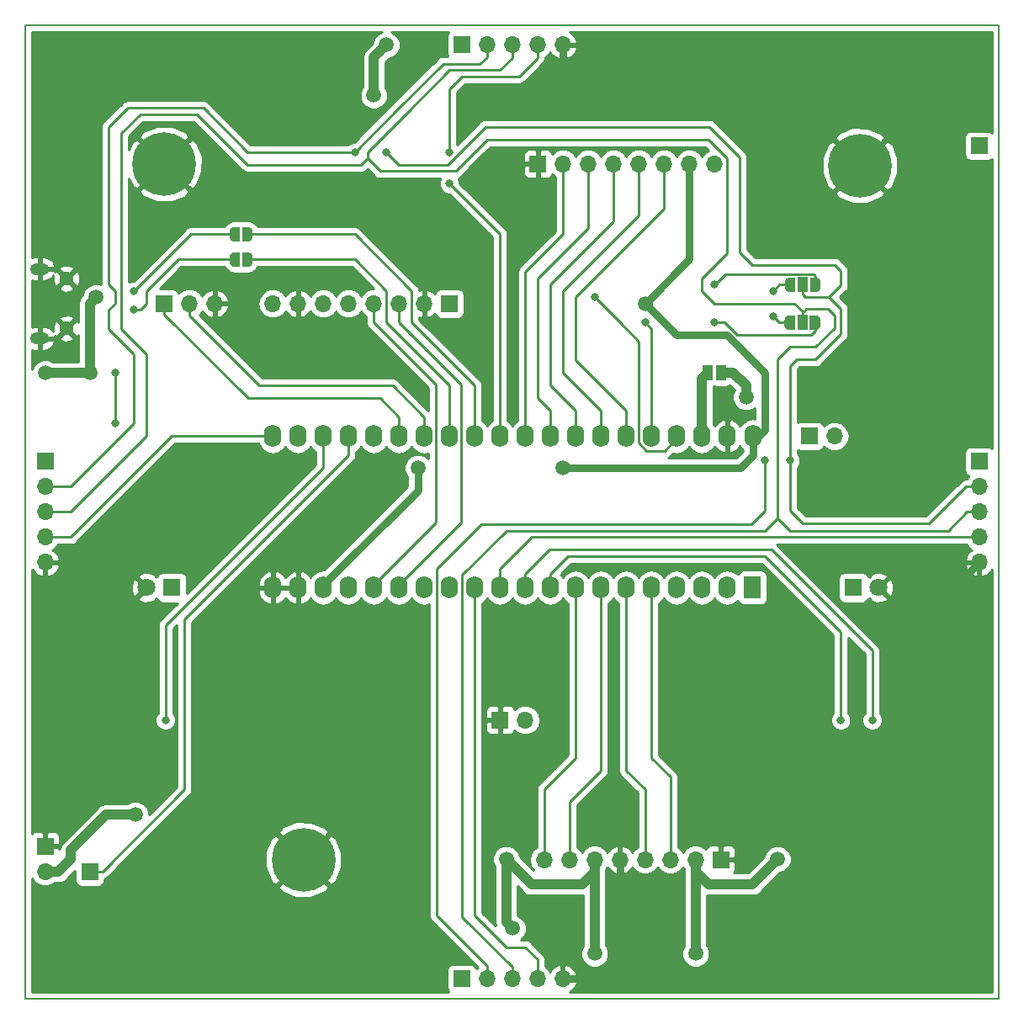
<source format=gbr>
G04 #@! TF.GenerationSoftware,KiCad,Pcbnew,5.0.1+dfsg1-3*
G04 #@! TF.CreationDate,2018-12-12T18:27:28+01:00*
G04 #@! TF.ProjectId,BitkanoneV2,4269746B616E6F6E6556322E6B696361,2.0*
G04 #@! TF.SameCoordinates,Original*
G04 #@! TF.FileFunction,Copper,L2,Bot,Signal*
G04 #@! TF.FilePolarity,Positive*
%FSLAX46Y46*%
G04 Gerber Fmt 4.6, Leading zero omitted, Abs format (unit mm)*
G04 Created by KiCad (PCBNEW 5.0.1+dfsg1-3) date Mi 12 Dez 2018 18:27:28 CET*
%MOMM*%
%LPD*%
G01*
G04 APERTURE LIST*
G04 #@! TA.AperFunction,NonConductor*
%ADD10C,0.150000*%
G04 #@! TD*
G04 #@! TA.AperFunction,SMDPad,CuDef*
%ADD11C,0.500000*%
G04 #@! TD*
G04 #@! TA.AperFunction,Conductor*
%ADD12C,0.150000*%
G04 #@! TD*
G04 #@! TA.AperFunction,ComponentPad*
%ADD13C,1.450000*%
G04 #@! TD*
G04 #@! TA.AperFunction,ComponentPad*
%ADD14O,1.900000X1.200000*%
G04 #@! TD*
G04 #@! TA.AperFunction,ComponentPad*
%ADD15C,0.800000*%
G04 #@! TD*
G04 #@! TA.AperFunction,ComponentPad*
%ADD16C,6.400000*%
G04 #@! TD*
G04 #@! TA.AperFunction,ComponentPad*
%ADD17R,1.700000X1.700000*%
G04 #@! TD*
G04 #@! TA.AperFunction,ComponentPad*
%ADD18O,1.700000X1.700000*%
G04 #@! TD*
G04 #@! TA.AperFunction,ComponentPad*
%ADD19C,1.800000*%
G04 #@! TD*
G04 #@! TA.AperFunction,ComponentPad*
%ADD20R,1.800000X1.800000*%
G04 #@! TD*
G04 #@! TA.AperFunction,SMDPad,CuDef*
%ADD21R,1.000000X1.500000*%
G04 #@! TD*
G04 #@! TA.AperFunction,ComponentPad*
%ADD22O,1.727200X2.250000*%
G04 #@! TD*
G04 #@! TA.AperFunction,ComponentPad*
%ADD23R,1.727200X2.250000*%
G04 #@! TD*
G04 #@! TA.AperFunction,ViaPad*
%ADD24C,1.500000*%
G04 #@! TD*
G04 #@! TA.AperFunction,ViaPad*
%ADD25C,0.800000*%
G04 #@! TD*
G04 #@! TA.AperFunction,Conductor*
%ADD26C,0.800000*%
G04 #@! TD*
G04 #@! TA.AperFunction,Conductor*
%ADD27C,0.250000*%
G04 #@! TD*
G04 #@! TA.AperFunction,Conductor*
%ADD28C,1.000000*%
G04 #@! TD*
G04 #@! TA.AperFunction,Conductor*
%ADD29C,0.254000*%
G04 #@! TD*
G04 APERTURE END LIST*
D10*
X118000000Y-20000000D02*
X20000000Y-20000000D01*
X118000000Y-118000000D02*
X118000000Y-20000000D01*
X20000000Y-118000000D02*
X118000000Y-118000000D01*
X20000000Y-20000000D02*
X20000000Y-118000000D01*
D11*
G04 #@! TO.P,JU2,2*
G04 #@! TO.N,/USBD-*
X42395800Y-43600000D03*
D12*
G04 #@! TD*
G04 #@! TO.N,/USBD-*
G04 #@! TO.C,JU2*
G36*
X42395800Y-42850602D02*
X42420334Y-42850602D01*
X42469165Y-42855412D01*
X42517290Y-42864984D01*
X42564245Y-42879228D01*
X42609578Y-42898005D01*
X42652851Y-42921136D01*
X42693650Y-42948396D01*
X42731579Y-42979524D01*
X42766276Y-43014221D01*
X42797404Y-43052150D01*
X42824664Y-43092949D01*
X42847795Y-43136222D01*
X42866572Y-43181555D01*
X42880816Y-43228510D01*
X42890388Y-43276635D01*
X42895198Y-43325466D01*
X42895198Y-43350000D01*
X42895800Y-43350000D01*
X42895800Y-43850000D01*
X42895198Y-43850000D01*
X42895198Y-43874534D01*
X42890388Y-43923365D01*
X42880816Y-43971490D01*
X42866572Y-44018445D01*
X42847795Y-44063778D01*
X42824664Y-44107051D01*
X42797404Y-44147850D01*
X42766276Y-44185779D01*
X42731579Y-44220476D01*
X42693650Y-44251604D01*
X42652851Y-44278864D01*
X42609578Y-44301995D01*
X42564245Y-44320772D01*
X42517290Y-44335016D01*
X42469165Y-44344588D01*
X42420334Y-44349398D01*
X42395800Y-44349398D01*
X42395800Y-44350000D01*
X41895800Y-44350000D01*
X41895800Y-42850000D01*
X42395800Y-42850000D01*
X42395800Y-42850602D01*
X42395800Y-42850602D01*
G37*
D11*
G04 #@! TO.P,JU2,1*
G04 #@! TO.N,Net-(JU2-Pad1)*
X41095800Y-43600000D03*
D12*
G04 #@! TD*
G04 #@! TO.N,Net-(JU2-Pad1)*
G04 #@! TO.C,JU2*
G36*
X41595800Y-44350000D02*
X41095800Y-44350000D01*
X41095800Y-44349398D01*
X41071266Y-44349398D01*
X41022435Y-44344588D01*
X40974310Y-44335016D01*
X40927355Y-44320772D01*
X40882022Y-44301995D01*
X40838749Y-44278864D01*
X40797950Y-44251604D01*
X40760021Y-44220476D01*
X40725324Y-44185779D01*
X40694196Y-44147850D01*
X40666936Y-44107051D01*
X40643805Y-44063778D01*
X40625028Y-44018445D01*
X40610784Y-43971490D01*
X40601212Y-43923365D01*
X40596402Y-43874534D01*
X40596402Y-43850000D01*
X40595800Y-43850000D01*
X40595800Y-43350000D01*
X40596402Y-43350000D01*
X40596402Y-43325466D01*
X40601212Y-43276635D01*
X40610784Y-43228510D01*
X40625028Y-43181555D01*
X40643805Y-43136222D01*
X40666936Y-43092949D01*
X40694196Y-43052150D01*
X40725324Y-43014221D01*
X40760021Y-42979524D01*
X40797950Y-42948396D01*
X40838749Y-42921136D01*
X40882022Y-42898005D01*
X40927355Y-42879228D01*
X40974310Y-42864984D01*
X41022435Y-42855412D01*
X41071266Y-42850602D01*
X41095800Y-42850602D01*
X41095800Y-42850000D01*
X41595800Y-42850000D01*
X41595800Y-44350000D01*
X41595800Y-44350000D01*
G37*
D11*
G04 #@! TO.P,JU1,1*
G04 #@! TO.N,Net-(JU1-Pad1)*
X41080800Y-41060000D03*
D12*
G04 #@! TD*
G04 #@! TO.N,Net-(JU1-Pad1)*
G04 #@! TO.C,JU1*
G36*
X41580800Y-41810000D02*
X41080800Y-41810000D01*
X41080800Y-41809398D01*
X41056266Y-41809398D01*
X41007435Y-41804588D01*
X40959310Y-41795016D01*
X40912355Y-41780772D01*
X40867022Y-41761995D01*
X40823749Y-41738864D01*
X40782950Y-41711604D01*
X40745021Y-41680476D01*
X40710324Y-41645779D01*
X40679196Y-41607850D01*
X40651936Y-41567051D01*
X40628805Y-41523778D01*
X40610028Y-41478445D01*
X40595784Y-41431490D01*
X40586212Y-41383365D01*
X40581402Y-41334534D01*
X40581402Y-41310000D01*
X40580800Y-41310000D01*
X40580800Y-40810000D01*
X40581402Y-40810000D01*
X40581402Y-40785466D01*
X40586212Y-40736635D01*
X40595784Y-40688510D01*
X40610028Y-40641555D01*
X40628805Y-40596222D01*
X40651936Y-40552949D01*
X40679196Y-40512150D01*
X40710324Y-40474221D01*
X40745021Y-40439524D01*
X40782950Y-40408396D01*
X40823749Y-40381136D01*
X40867022Y-40358005D01*
X40912355Y-40339228D01*
X40959310Y-40324984D01*
X41007435Y-40315412D01*
X41056266Y-40310602D01*
X41080800Y-40310602D01*
X41080800Y-40310000D01*
X41580800Y-40310000D01*
X41580800Y-41810000D01*
X41580800Y-41810000D01*
G37*
D11*
G04 #@! TO.P,JU1,2*
G04 #@! TO.N,/USBD+*
X42380800Y-41060000D03*
D12*
G04 #@! TD*
G04 #@! TO.N,/USBD+*
G04 #@! TO.C,JU1*
G36*
X42380800Y-40310602D02*
X42405334Y-40310602D01*
X42454165Y-40315412D01*
X42502290Y-40324984D01*
X42549245Y-40339228D01*
X42594578Y-40358005D01*
X42637851Y-40381136D01*
X42678650Y-40408396D01*
X42716579Y-40439524D01*
X42751276Y-40474221D01*
X42782404Y-40512150D01*
X42809664Y-40552949D01*
X42832795Y-40596222D01*
X42851572Y-40641555D01*
X42865816Y-40688510D01*
X42875388Y-40736635D01*
X42880198Y-40785466D01*
X42880198Y-40810000D01*
X42880800Y-40810000D01*
X42880800Y-41310000D01*
X42880198Y-41310000D01*
X42880198Y-41334534D01*
X42875388Y-41383365D01*
X42865816Y-41431490D01*
X42851572Y-41478445D01*
X42832795Y-41523778D01*
X42809664Y-41567051D01*
X42782404Y-41607850D01*
X42751276Y-41645779D01*
X42716579Y-41680476D01*
X42678650Y-41711604D01*
X42637851Y-41738864D01*
X42594578Y-41761995D01*
X42549245Y-41780772D01*
X42502290Y-41795016D01*
X42454165Y-41804588D01*
X42405334Y-41809398D01*
X42380800Y-41809398D01*
X42380800Y-41810000D01*
X41880800Y-41810000D01*
X41880800Y-40310000D01*
X42380800Y-40310000D01*
X42380800Y-40310602D01*
X42380800Y-40310602D01*
G37*
D13*
G04 #@! TO.P,XU1,6*
G04 #@! TO.N,GND*
X24158300Y-45545000D03*
X24158300Y-50545000D03*
D14*
X21458300Y-44545000D03*
X21458300Y-51545000D03*
G04 #@! TD*
D15*
G04 #@! TO.P,H1,1*
G04 #@! TO.N,GND*
X35697056Y-32302944D03*
X34000000Y-31600000D03*
X32302944Y-32302944D03*
X31600000Y-34000000D03*
X32302944Y-35697056D03*
X34000000Y-36400000D03*
X35697056Y-35697056D03*
X36400000Y-34000000D03*
D16*
X34000000Y-34000000D03*
G04 #@! TD*
G04 #@! TO.P,H2,1*
G04 #@! TO.N,GND*
X104000000Y-34150000D03*
D15*
X106400000Y-34150000D03*
X105697056Y-35847056D03*
X104000000Y-36550000D03*
X102302944Y-35847056D03*
X101600000Y-34150000D03*
X102302944Y-32452944D03*
X104000000Y-31750000D03*
X105697056Y-32452944D03*
G04 #@! TD*
G04 #@! TO.P,H3,1*
G04 #@! TO.N,GND*
X49697056Y-102302944D03*
X48000000Y-101600000D03*
X46302944Y-102302944D03*
X45600000Y-104000000D03*
X46302944Y-105697056D03*
X48000000Y-106400000D03*
X49697056Y-105697056D03*
X50400000Y-104000000D03*
D16*
X48000000Y-104000000D03*
G04 #@! TD*
D17*
G04 #@! TO.P,J202,1*
G04 #@! TO.N,Net-(J202-Pad1)*
X98895800Y-61380000D03*
D18*
G04 #@! TO.P,J202,2*
G04 #@! TO.N,+5V*
X101435800Y-61380000D03*
G04 #@! TD*
D17*
G04 #@! TO.P,X102,1*
G04 #@! TO.N,GND*
X67780800Y-89955000D03*
D18*
G04 #@! TO.P,X102,2*
G04 #@! TO.N,+5V*
X70320800Y-89955000D03*
G04 #@! TD*
D17*
G04 #@! TO.P,X42,1*
G04 #@! TO.N,GND*
X71590800Y-33995001D03*
D18*
G04 #@! TO.P,X42,2*
G04 #@! TO.N,/X42_PB3*
X74130800Y-33995001D03*
G04 #@! TO.P,X42,3*
G04 #@! TO.N,/X42_PB4*
X76670800Y-33995001D03*
G04 #@! TO.P,X42,4*
G04 #@! TO.N,/X42_PB5*
X79210800Y-33995001D03*
G04 #@! TO.P,X42,5*
G04 #@! TO.N,/X42_SCL*
X81750800Y-33995001D03*
G04 #@! TO.P,X42,6*
G04 #@! TO.N,/X42_SDA*
X84290800Y-33995001D03*
G04 #@! TO.P,X42,7*
G04 #@! TO.N,+3V3*
X86830800Y-33995001D03*
G04 #@! TO.P,X42,8*
G04 #@! TO.N,+5V*
X89370800Y-33995001D03*
G04 #@! TD*
D19*
G04 #@! TO.P,Q502,2*
G04 #@! TO.N,GND*
X105880800Y-76620000D03*
D20*
G04 #@! TO.P,Q502,1*
G04 #@! TO.N,/Photo2*
X103340800Y-76620000D03*
G04 #@! TD*
G04 #@! TO.P,Q501,1*
G04 #@! TO.N,/Photo1*
X34760800Y-76620000D03*
D19*
G04 #@! TO.P,Q501,2*
G04 #@! TO.N,GND*
X32220800Y-76620000D03*
G04 #@! TD*
D17*
G04 #@! TO.P,X991,1*
G04 #@! TO.N,/LedGrid/DOUT*
X115990000Y-32170000D03*
G04 #@! TD*
D21*
G04 #@! TO.P,J212,2*
G04 #@! TO.N,/CANL*
X98210000Y-49950000D03*
D11*
G04 #@! TO.P,J212,3*
G04 #@! TO.N,Net-(J212-Pad3)*
X96910000Y-49950000D03*
D12*
G04 #@! TD*
G04 #@! TO.N,Net-(J212-Pad3)*
G04 #@! TO.C,J212*
G36*
X96910000Y-50699398D02*
X96885466Y-50699398D01*
X96836635Y-50694588D01*
X96788510Y-50685016D01*
X96741555Y-50670772D01*
X96696222Y-50651995D01*
X96652949Y-50628864D01*
X96612150Y-50601604D01*
X96574221Y-50570476D01*
X96539524Y-50535779D01*
X96508396Y-50497850D01*
X96481136Y-50457051D01*
X96458005Y-50413778D01*
X96439228Y-50368445D01*
X96424984Y-50321490D01*
X96415412Y-50273365D01*
X96410602Y-50224534D01*
X96410602Y-50200000D01*
X96410000Y-50200000D01*
X96410000Y-49700000D01*
X96410602Y-49700000D01*
X96410602Y-49675466D01*
X96415412Y-49626635D01*
X96424984Y-49578510D01*
X96439228Y-49531555D01*
X96458005Y-49486222D01*
X96481136Y-49442949D01*
X96508396Y-49402150D01*
X96539524Y-49364221D01*
X96574221Y-49329524D01*
X96612150Y-49298396D01*
X96652949Y-49271136D01*
X96696222Y-49248005D01*
X96741555Y-49229228D01*
X96788510Y-49214984D01*
X96836635Y-49205412D01*
X96885466Y-49200602D01*
X96910000Y-49200602D01*
X96910000Y-49200000D01*
X97460000Y-49200000D01*
X97460000Y-50700000D01*
X96910000Y-50700000D01*
X96910000Y-50699398D01*
X96910000Y-50699398D01*
G37*
D11*
G04 #@! TO.P,J212,1*
G04 #@! TO.N,/CANRX*
X99510000Y-49950000D03*
D12*
G04 #@! TD*
G04 #@! TO.N,/CANRX*
G04 #@! TO.C,J212*
G36*
X98960000Y-49200000D02*
X99510000Y-49200000D01*
X99510000Y-49200602D01*
X99534534Y-49200602D01*
X99583365Y-49205412D01*
X99631490Y-49214984D01*
X99678445Y-49229228D01*
X99723778Y-49248005D01*
X99767051Y-49271136D01*
X99807850Y-49298396D01*
X99845779Y-49329524D01*
X99880476Y-49364221D01*
X99911604Y-49402150D01*
X99938864Y-49442949D01*
X99961995Y-49486222D01*
X99980772Y-49531555D01*
X99995016Y-49578510D01*
X100004588Y-49626635D01*
X100009398Y-49675466D01*
X100009398Y-49700000D01*
X100010000Y-49700000D01*
X100010000Y-50200000D01*
X100009398Y-50200000D01*
X100009398Y-50224534D01*
X100004588Y-50273365D01*
X99995016Y-50321490D01*
X99980772Y-50368445D01*
X99961995Y-50413778D01*
X99938864Y-50457051D01*
X99911604Y-50497850D01*
X99880476Y-50535779D01*
X99845779Y-50570476D01*
X99807850Y-50601604D01*
X99767051Y-50628864D01*
X99723778Y-50651995D01*
X99678445Y-50670772D01*
X99631490Y-50685016D01*
X99583365Y-50694588D01*
X99534534Y-50699398D01*
X99510000Y-50699398D01*
X99510000Y-50700000D01*
X98960000Y-50700000D01*
X98960000Y-49200000D01*
X98960000Y-49200000D01*
G37*
D11*
G04 #@! TO.P,J211,1*
G04 #@! TO.N,/CANTX*
X99540000Y-46140000D03*
D12*
G04 #@! TD*
G04 #@! TO.N,/CANTX*
G04 #@! TO.C,J211*
G36*
X98990000Y-45390000D02*
X99540000Y-45390000D01*
X99540000Y-45390602D01*
X99564534Y-45390602D01*
X99613365Y-45395412D01*
X99661490Y-45404984D01*
X99708445Y-45419228D01*
X99753778Y-45438005D01*
X99797051Y-45461136D01*
X99837850Y-45488396D01*
X99875779Y-45519524D01*
X99910476Y-45554221D01*
X99941604Y-45592150D01*
X99968864Y-45632949D01*
X99991995Y-45676222D01*
X100010772Y-45721555D01*
X100025016Y-45768510D01*
X100034588Y-45816635D01*
X100039398Y-45865466D01*
X100039398Y-45890000D01*
X100040000Y-45890000D01*
X100040000Y-46390000D01*
X100039398Y-46390000D01*
X100039398Y-46414534D01*
X100034588Y-46463365D01*
X100025016Y-46511490D01*
X100010772Y-46558445D01*
X99991995Y-46603778D01*
X99968864Y-46647051D01*
X99941604Y-46687850D01*
X99910476Y-46725779D01*
X99875779Y-46760476D01*
X99837850Y-46791604D01*
X99797051Y-46818864D01*
X99753778Y-46841995D01*
X99708445Y-46860772D01*
X99661490Y-46875016D01*
X99613365Y-46884588D01*
X99564534Y-46889398D01*
X99540000Y-46889398D01*
X99540000Y-46890000D01*
X98990000Y-46890000D01*
X98990000Y-45390000D01*
X98990000Y-45390000D01*
G37*
D11*
G04 #@! TO.P,J211,3*
G04 #@! TO.N,Net-(J211-Pad3)*
X96940000Y-46140000D03*
D12*
G04 #@! TD*
G04 #@! TO.N,Net-(J211-Pad3)*
G04 #@! TO.C,J211*
G36*
X96940000Y-46889398D02*
X96915466Y-46889398D01*
X96866635Y-46884588D01*
X96818510Y-46875016D01*
X96771555Y-46860772D01*
X96726222Y-46841995D01*
X96682949Y-46818864D01*
X96642150Y-46791604D01*
X96604221Y-46760476D01*
X96569524Y-46725779D01*
X96538396Y-46687850D01*
X96511136Y-46647051D01*
X96488005Y-46603778D01*
X96469228Y-46558445D01*
X96454984Y-46511490D01*
X96445412Y-46463365D01*
X96440602Y-46414534D01*
X96440602Y-46390000D01*
X96440000Y-46390000D01*
X96440000Y-45890000D01*
X96440602Y-45890000D01*
X96440602Y-45865466D01*
X96445412Y-45816635D01*
X96454984Y-45768510D01*
X96469228Y-45721555D01*
X96488005Y-45676222D01*
X96511136Y-45632949D01*
X96538396Y-45592150D01*
X96569524Y-45554221D01*
X96604221Y-45519524D01*
X96642150Y-45488396D01*
X96682949Y-45461136D01*
X96726222Y-45438005D01*
X96771555Y-45419228D01*
X96818510Y-45404984D01*
X96866635Y-45395412D01*
X96915466Y-45390602D01*
X96940000Y-45390602D01*
X96940000Y-45390000D01*
X97490000Y-45390000D01*
X97490000Y-46890000D01*
X96940000Y-46890000D01*
X96940000Y-46889398D01*
X96940000Y-46889398D01*
G37*
D21*
G04 #@! TO.P,J211,2*
G04 #@! TO.N,/CANH*
X98240000Y-46140000D03*
G04 #@! TD*
D22*
G04 #@! TO.P,U201,40*
G04 #@! TO.N,+3V3*
X93231600Y-61380000D03*
G04 #@! TO.P,U201,39*
G04 #@! TO.N,GND*
X90640800Y-61380000D03*
G04 #@! TO.P,U201,38*
G04 #@! TO.N,Net-(J202-Pad1)*
X88100800Y-61380000D03*
G04 #@! TO.P,U201,37*
G04 #@! TO.N,/CANTX*
X85560800Y-61380000D03*
G04 #@! TO.P,U201,36*
G04 #@! TO.N,/CANRX*
X83020800Y-61380000D03*
G04 #@! TO.P,U201,35*
G04 #@! TO.N,/X42_SDA*
X80480800Y-61380000D03*
G04 #@! TO.P,U201,34*
G04 #@! TO.N,/X42_SCL*
X77940800Y-61380000D03*
G04 #@! TO.P,U201,33*
G04 #@! TO.N,/X42_PB5*
X75400800Y-61380000D03*
G04 #@! TO.P,U201,32*
G04 #@! TO.N,/X42_PB4*
X72860800Y-61380000D03*
G04 #@! TO.P,U201,31*
G04 #@! TO.N,/X42_PB3*
X70320800Y-61380000D03*
G04 #@! TO.P,U201,30*
G04 #@! TO.N,/TTop*
X67780800Y-61380000D03*
G04 #@! TO.P,U201,29*
G04 #@! TO.N,/USBD+*
X65240800Y-61380000D03*
G04 #@! TO.P,U201,28*
G04 #@! TO.N,/USBD-*
X62700800Y-61380000D03*
G04 #@! TO.P,U201,27*
G04 #@! TO.N,/RX1*
X60160800Y-61380000D03*
G04 #@! TO.P,U201,26*
G04 #@! TO.N,/TX1*
X57620800Y-61380000D03*
G04 #@! TO.P,U201,25*
G04 #@! TO.N,Net-(U201-Pad25)*
X55080800Y-61380000D03*
G04 #@! TO.P,U201,24*
G04 #@! TO.N,/DIN*
X52540800Y-61380000D03*
G04 #@! TO.P,U201,23*
G04 #@! TO.N,Net-(S1-Pad2)*
X50000800Y-61380000D03*
G04 #@! TO.P,U201,22*
G04 #@! TO.N,Net-(U201-Pad22)*
X47460800Y-61380000D03*
G04 #@! TO.P,U201,21*
G04 #@! TO.N,/TLeft*
X44920800Y-61380000D03*
G04 #@! TO.P,U201,20*
G04 #@! TO.N,GND*
X44920800Y-76620000D03*
G04 #@! TO.P,U201,19*
X47460800Y-76620000D03*
G04 #@! TO.P,U201,18*
G04 #@! TO.N,+3V3*
X50000800Y-76620000D03*
G04 #@! TO.P,U201,17*
G04 #@! TO.N,Net-(U201-Pad17)*
X52540800Y-76620000D03*
G04 #@! TO.P,U201,16*
G04 #@! TO.N,/SENS_SDA*
X55080800Y-76620000D03*
G04 #@! TO.P,U201,15*
G04 #@! TO.N,/SENS_SCL*
X57620800Y-76620000D03*
G04 #@! TO.P,U201,14*
G04 #@! TO.N,/Photo1*
X60160800Y-76620000D03*
G04 #@! TO.P,U201,13*
G04 #@! TO.N,/Photo2*
X62700800Y-76620000D03*
G04 #@! TO.P,U201,12*
G04 #@! TO.N,/TBottom*
X65240800Y-76620000D03*
G04 #@! TO.P,U201,11*
G04 #@! TO.N,/TRight*
X67780800Y-76620000D03*
G04 #@! TO.P,U201,10*
G04 #@! TO.N,Net-(S3-Pad2)*
X70320800Y-76620000D03*
G04 #@! TO.P,U201,9*
G04 #@! TO.N,Net-(S2-Pad2)*
X72860800Y-76620000D03*
G04 #@! TO.P,U201,8*
G04 #@! TO.N,/EN2*
X75400800Y-76620000D03*
G04 #@! TO.P,U201,7*
G04 #@! TO.N,/PWM2*
X77940800Y-76620000D03*
G04 #@! TO.P,U201,6*
G04 #@! TO.N,/EN1*
X80480800Y-76620000D03*
G04 #@! TO.P,U201,5*
G04 #@! TO.N,/PWM1*
X83020800Y-76620000D03*
G04 #@! TO.P,U201,4*
G04 #@! TO.N,Net-(U201-Pad4)*
X85560800Y-76620000D03*
G04 #@! TO.P,U201,3*
G04 #@! TO.N,Net-(U201-Pad3)*
X88100800Y-76620000D03*
G04 #@! TO.P,U201,2*
G04 #@! TO.N,Net-(U201-Pad2)*
X90640800Y-76620000D03*
D23*
G04 #@! TO.P,U201,1*
G04 #@! TO.N,Net-(U201-Pad1)*
X93180800Y-76620000D03*
G04 #@! TD*
D17*
G04 #@! TO.P,X101,1*
G04 #@! TO.N,GND*
X22010000Y-102655000D03*
D18*
G04 #@! TO.P,X101,2*
G04 #@! TO.N,+5V*
X22010000Y-105195000D03*
G04 #@! TD*
D17*
G04 #@! TO.P,X200,1*
G04 #@! TO.N,/TX1*
X33985000Y-48045000D03*
D18*
G04 #@! TO.P,X200,2*
G04 #@! TO.N,/RX1*
X36525000Y-48045000D03*
G04 #@! TO.P,X200,3*
G04 #@! TO.N,GND*
X39065000Y-48045000D03*
G04 #@! TD*
G04 #@! TO.P,X233,5*
G04 #@! TO.N,GND*
X74080000Y-115990000D03*
G04 #@! TO.P,X233,4*
G04 #@! TO.N,/TBottom*
X71540000Y-115990000D03*
G04 #@! TO.P,X233,3*
G04 #@! TO.N,/CANL*
X69000000Y-115990000D03*
G04 #@! TO.P,X233,2*
G04 #@! TO.N,/CANH*
X66460000Y-115990000D03*
D17*
G04 #@! TO.P,X233,1*
G04 #@! TO.N,Net-(J233-Pad2)*
X63920000Y-115990000D03*
G04 #@! TD*
G04 #@! TO.P,X232,1*
G04 #@! TO.N,Net-(J232-Pad2)*
X115990000Y-63920000D03*
D18*
G04 #@! TO.P,X232,2*
G04 #@! TO.N,/CANH*
X115990000Y-66460000D03*
G04 #@! TO.P,X232,3*
G04 #@! TO.N,/CANL*
X115990000Y-69000000D03*
G04 #@! TO.P,X232,4*
G04 #@! TO.N,/TRight*
X115990000Y-71540000D03*
G04 #@! TO.P,X232,5*
G04 #@! TO.N,GND*
X115990000Y-74080000D03*
G04 #@! TD*
G04 #@! TO.P,X234,5*
G04 #@! TO.N,GND*
X22010000Y-74080000D03*
G04 #@! TO.P,X234,4*
G04 #@! TO.N,/TLeft*
X22010000Y-71540000D03*
G04 #@! TO.P,X234,3*
G04 #@! TO.N,/CANL*
X22010000Y-69000000D03*
G04 #@! TO.P,X234,2*
G04 #@! TO.N,/CANH*
X22010000Y-66460000D03*
D17*
G04 #@! TO.P,X234,1*
G04 #@! TO.N,Net-(J234-Pad2)*
X22010000Y-63920000D03*
G04 #@! TD*
G04 #@! TO.P,X231,1*
G04 #@! TO.N,Net-(J231-Pad2)*
X63920000Y-22010000D03*
D18*
G04 #@! TO.P,X231,2*
G04 #@! TO.N,/CANH*
X66460000Y-22010000D03*
G04 #@! TO.P,X231,3*
G04 #@! TO.N,/CANL*
X69000000Y-22010000D03*
G04 #@! TO.P,X231,4*
G04 #@! TO.N,/TTop*
X71540000Y-22010000D03*
G04 #@! TO.P,X231,5*
G04 #@! TO.N,GND*
X74080000Y-22010000D03*
G04 #@! TD*
G04 #@! TO.P,U301,8*
G04 #@! TO.N,Net-(U301-Pad8)*
X44920800Y-48045000D03*
G04 #@! TO.P,U301,7*
G04 #@! TO.N,GND*
X47460800Y-48045000D03*
G04 #@! TO.P,U301,6*
G04 #@! TO.N,Net-(U301-Pad6)*
X50000800Y-48045000D03*
G04 #@! TO.P,U301,5*
G04 #@! TO.N,Net-(U301-Pad5)*
X52540800Y-48045000D03*
G04 #@! TO.P,U301,4*
G04 #@! TO.N,/SENS_SDA*
X55080800Y-48045000D03*
G04 #@! TO.P,U301,3*
G04 #@! TO.N,/SENS_SCL*
X57620800Y-48045000D03*
G04 #@! TO.P,U301,2*
G04 #@! TO.N,GND*
X60160800Y-48045000D03*
D17*
G04 #@! TO.P,U301,1*
G04 #@! TO.N,+3V3*
X62700800Y-48045000D03*
G04 #@! TD*
G04 #@! TO.P,X401,1*
G04 #@! TO.N,GND*
X90000000Y-104000000D03*
D18*
G04 #@! TO.P,X401,2*
G04 #@! TO.N,+5V*
X87460000Y-104000000D03*
G04 #@! TO.P,X401,3*
G04 #@! TO.N,/PWM1*
X84920000Y-104000000D03*
G04 #@! TO.P,X401,4*
G04 #@! TO.N,/EN1*
X82380000Y-104000000D03*
G04 #@! TO.P,X401,5*
G04 #@! TO.N,GND*
X79840000Y-104000000D03*
G04 #@! TO.P,X401,6*
G04 #@! TO.N,+5V*
X77300000Y-104000000D03*
G04 #@! TO.P,X401,7*
G04 #@! TO.N,/PWM2*
X74760000Y-104000000D03*
G04 #@! TO.P,X401,8*
G04 #@! TO.N,/EN2*
X72220000Y-104000000D03*
G04 #@! TD*
D21*
G04 #@! TO.P,X201,2*
G04 #@! TO.N,+5V*
X90000000Y-55000000D03*
G04 #@! TO.P,X201,1*
G04 #@! TO.N,Net-(J202-Pad1)*
X88700000Y-55000000D03*
G04 #@! TD*
D17*
G04 #@! TO.P,X990,1*
G04 #@! TO.N,/DIN*
X26505800Y-105195000D03*
G04 #@! TD*
D24*
G04 #@! TO.N,+3V3*
X82385800Y-48045000D03*
X59525800Y-64555000D03*
X74130800Y-64555000D03*
D25*
G04 #@! TO.N,/CANRX*
X82385800Y-49950000D03*
X89370800Y-49950000D03*
G04 #@! TO.N,/CANTX*
X77305800Y-47410000D03*
X89370800Y-46140000D03*
D24*
G04 #@! TO.N,GND*
X65240800Y-27090000D03*
X109690800Y-76620000D03*
G04 #@! TO.N,+5V*
X77300000Y-113444200D03*
X87460000Y-113444200D03*
X95720800Y-103925000D03*
X68415800Y-103925000D03*
X69050800Y-110910000D03*
X31080002Y-99480000D03*
X55080800Y-27090000D03*
X56350800Y-22010000D03*
X92545800Y-57450000D03*
X26505800Y-55030000D03*
X22060800Y-55030000D03*
X27140800Y-47410000D03*
D25*
G04 #@! TO.N,Net-(D915-Pad4)*
X29045800Y-55030000D03*
X29045800Y-60110000D03*
G04 #@! TO.N,/TTop*
X62700800Y-32805000D03*
X62700800Y-35980000D03*
G04 #@! TO.N,Net-(J212-Pad3)*
X95250000Y-49315000D03*
G04 #@! TO.N,Net-(J211-Pad3)*
X95250000Y-46775000D03*
G04 #@! TO.N,/CANH*
X53175800Y-32805000D03*
X56350800Y-32805000D03*
X94450800Y-63840001D03*
X96990800Y-63840001D03*
G04 #@! TO.N,Net-(S2-Pad2)*
X102070800Y-89955000D03*
G04 #@! TO.N,Net-(S1-Pad2)*
X34125800Y-89955000D03*
G04 #@! TO.N,Net-(S3-Pad2)*
X105245800Y-89955000D03*
G04 #@! TO.N,Net-(JU1-Pad1)*
X30950800Y-46775000D03*
G04 #@! TO.N,Net-(JU2-Pad1)*
X30950800Y-48680000D03*
G04 #@! TD*
D26*
G04 #@! TO.N,+3V3*
X93231600Y-61380000D02*
X93815800Y-61380000D01*
X93815800Y-61380000D02*
X94450800Y-60745000D01*
X94450800Y-60745000D02*
X94450800Y-55030000D01*
X94450800Y-55030000D02*
X90640800Y-51220000D01*
X85560800Y-51220000D02*
X82385800Y-48045000D01*
X90640800Y-51220000D02*
X85560800Y-51220000D01*
X93231600Y-61380000D02*
X93231600Y-61641400D01*
X50000800Y-76358600D02*
X59525800Y-66833600D01*
X50000800Y-76620000D02*
X50000800Y-76358600D01*
X59525800Y-66833600D02*
X59525800Y-64555000D01*
X59525800Y-64555000D02*
X59525800Y-64555000D01*
X93231600Y-63305000D02*
X91981600Y-64555000D01*
X93231600Y-61380000D02*
X93231600Y-63305000D01*
X91981600Y-64555000D02*
X74130800Y-64555000D01*
X74130800Y-64555000D02*
X74130800Y-64555000D01*
X86830800Y-43600000D02*
X86830800Y-33995001D01*
X82385800Y-48045000D02*
X86830800Y-43600000D01*
D27*
G04 #@! TO.N,/CANRX*
X83020800Y-61380000D02*
X83020800Y-50585000D01*
X83020800Y-50585000D02*
X82385800Y-49950000D01*
X82385800Y-49950000D02*
X82385800Y-49950000D01*
X99510000Y-50797592D02*
X99087592Y-51220000D01*
X99510000Y-49950000D02*
X99510000Y-50797592D01*
X89936485Y-49950000D02*
X89370800Y-49950000D01*
X90396118Y-49950000D02*
X89936485Y-49950000D01*
X91666118Y-51220000D02*
X90396118Y-49950000D01*
X99087592Y-51220000D02*
X91666118Y-51220000D01*
G04 #@! TO.N,/CANTX*
X81750800Y-62052348D02*
X81750800Y-51855000D01*
X82528462Y-62830010D02*
X81750800Y-62052348D01*
X84372190Y-62830010D02*
X82528462Y-62830010D01*
X85560800Y-61380000D02*
X85560800Y-61641400D01*
X85560800Y-61641400D02*
X84372190Y-62830010D01*
X81750800Y-51855000D02*
X79845800Y-49950000D01*
X79845800Y-49950000D02*
X77305800Y-47410000D01*
X90445810Y-45064990D02*
X89770799Y-45740001D01*
X99540000Y-45292408D02*
X99312582Y-45064990D01*
X89770799Y-45740001D02*
X89370800Y-46140000D01*
X99312582Y-45064990D02*
X90445810Y-45064990D01*
X99540000Y-46140000D02*
X99540000Y-45292408D01*
D26*
G04 #@! TO.N,GND*
X74080000Y-115990000D02*
X78575800Y-115990000D01*
X78575800Y-115990000D02*
X79845800Y-114720000D01*
X79840000Y-114714200D02*
X79840000Y-104000000D01*
X79845800Y-114720000D02*
X79840000Y-114714200D01*
X74080000Y-23965800D02*
X74080000Y-22010000D01*
X65240800Y-27090000D02*
X70955800Y-27090000D01*
X70955800Y-27090000D02*
X74080000Y-23965800D01*
X113450000Y-76620000D02*
X115990000Y-74080000D01*
X109690800Y-76620000D02*
X113450000Y-76620000D01*
D28*
G04 #@! TO.N,+5V*
X77300000Y-113444200D02*
X77300000Y-113444200D01*
X87460000Y-104000000D02*
X87460000Y-113444200D01*
X87460000Y-113444200D02*
X87460000Y-113444200D01*
X87460000Y-105202081D02*
X88722919Y-106465000D01*
X87460000Y-104000000D02*
X87460000Y-105202081D01*
X93180800Y-106465000D02*
X95720800Y-103925000D01*
X88722919Y-106465000D02*
X93180800Y-106465000D01*
X76030000Y-106465000D02*
X77300000Y-105195000D01*
X70955800Y-106465000D02*
X76030000Y-106465000D01*
X68415800Y-103925000D02*
X70955800Y-106465000D01*
X77300000Y-104000000D02*
X77300000Y-105195000D01*
X77300000Y-105195000D02*
X77300000Y-113444200D01*
X69050800Y-110910000D02*
X68415800Y-110275000D01*
X68415800Y-110275000D02*
X68415800Y-103925000D01*
X55080800Y-27090000D02*
X55080800Y-23280000D01*
X55080800Y-23280000D02*
X56350800Y-22010000D01*
X56350800Y-22010000D02*
X56350800Y-22010000D01*
X90000000Y-55000000D02*
X91245800Y-55000000D01*
X91245800Y-55000000D02*
X92545800Y-56300000D01*
X92545800Y-56300000D02*
X92545800Y-57450000D01*
X28145002Y-99480000D02*
X24600800Y-103024202D01*
X31080002Y-99480000D02*
X28145002Y-99480000D01*
X24600800Y-103024202D02*
X24600800Y-103925000D01*
X23330800Y-105195000D02*
X22010000Y-105195000D01*
X24600800Y-103925000D02*
X23330800Y-105195000D01*
X26505800Y-55030000D02*
X22060800Y-55030000D01*
X22060800Y-55030000D02*
X22060800Y-55030000D01*
X26505800Y-48045000D02*
X27140800Y-47410000D01*
X26505800Y-55030000D02*
X26505800Y-48045000D01*
D27*
G04 #@! TO.N,/DIN*
X52540800Y-61380000D02*
X52540800Y-61641400D01*
X27775800Y-105195000D02*
X26505800Y-105195000D01*
X36030800Y-96940000D02*
X27775800Y-105195000D01*
X36030800Y-79795000D02*
X36030800Y-96940000D01*
X52540800Y-61380000D02*
X52540800Y-63285000D01*
X52540800Y-63285000D02*
X36030800Y-79795000D01*
G04 #@! TO.N,Net-(D915-Pad4)*
X29045800Y-55030000D02*
X29045800Y-60110000D01*
X29045800Y-60110000D02*
X29045800Y-60110000D01*
G04 #@! TO.N,/SENS_SCL*
X57620800Y-76881400D02*
X57620800Y-76620000D01*
X57620800Y-76620000D02*
X57620800Y-76358600D01*
X63889410Y-70089990D02*
X63889410Y-56218610D01*
X57620800Y-76358600D02*
X63889410Y-70089990D01*
X63889410Y-56218610D02*
X57620800Y-49950000D01*
X57620800Y-49950000D02*
X57620800Y-48045000D01*
G04 #@! TO.N,/SENS_SDA*
X55080800Y-76620000D02*
X55080800Y-76881400D01*
X61349410Y-70089990D02*
X61349410Y-56218610D01*
X55080800Y-76620000D02*
X55080800Y-76358600D01*
X55080800Y-76358600D02*
X61349410Y-70089990D01*
X61349410Y-56218610D02*
X55080800Y-49950000D01*
X55080800Y-49950000D02*
X55080800Y-48045000D01*
G04 #@! TO.N,/EN2*
X72220000Y-96945800D02*
X72220000Y-104000000D01*
X75400800Y-76620000D02*
X75400800Y-93765000D01*
X75400800Y-93765000D02*
X72220000Y-96945800D01*
G04 #@! TO.N,/PWM2*
X77940800Y-76620000D02*
X77940800Y-95035000D01*
X74760000Y-98215800D02*
X74760000Y-104000000D01*
X77940800Y-95035000D02*
X74760000Y-98215800D01*
G04 #@! TO.N,/EN1*
X80480800Y-76620000D02*
X80480800Y-95035000D01*
X80480800Y-95035000D02*
X82385800Y-96940000D01*
X82380000Y-96945800D02*
X82380000Y-104000000D01*
X82385800Y-96940000D02*
X82380000Y-96945800D01*
G04 #@! TO.N,/PWM1*
X83020800Y-76620000D02*
X83020800Y-93765000D01*
X83020800Y-93765000D02*
X84925800Y-95670000D01*
X84920000Y-95675800D02*
X84920000Y-104000000D01*
X84925800Y-95670000D02*
X84920000Y-95675800D01*
G04 #@! TO.N,/TTop*
X71540000Y-22010000D02*
X71540000Y-23330800D01*
X71540000Y-23330800D02*
X69685800Y-25185000D01*
X69685800Y-25185000D02*
X63970800Y-25185000D01*
X63970800Y-25185000D02*
X62700800Y-26455000D01*
X62700800Y-26455000D02*
X62700800Y-32805000D01*
X62700800Y-32805000D02*
X62700800Y-32805000D01*
X67780800Y-41060000D02*
X67780800Y-61380000D01*
X62700800Y-35980000D02*
X67780800Y-41060000D01*
G04 #@! TO.N,/TRight*
X115990000Y-71540000D02*
X70955800Y-71540000D01*
X67780800Y-74715000D02*
X67780800Y-76620000D01*
X70955800Y-71540000D02*
X67780800Y-74715000D01*
G04 #@! TO.N,/TBottom*
X65240800Y-77890000D02*
X65240800Y-76620000D01*
X65240800Y-109640000D02*
X65240800Y-77890000D01*
X70320800Y-112815000D02*
X68415800Y-112815000D01*
X68415800Y-112815000D02*
X65240800Y-109640000D01*
X71540000Y-115990000D02*
X71540000Y-114034200D01*
X71540000Y-114034200D02*
X70320800Y-112815000D01*
G04 #@! TO.N,/TLeft*
X22010000Y-71540000D02*
X24600800Y-71540000D01*
X34760800Y-61380000D02*
X44920800Y-61380000D01*
X24600800Y-71540000D02*
X34760800Y-61380000D01*
G04 #@! TO.N,Net-(J212-Pad3)*
X95250000Y-49315000D02*
X95885000Y-49950000D01*
X95885000Y-49950000D02*
X96910000Y-49950000D01*
G04 #@! TO.N,Net-(J211-Pad3)*
X95250000Y-46775000D02*
X95885000Y-46140000D01*
X95885000Y-46140000D02*
X96940000Y-46140000D01*
G04 #@! TO.N,/CANH*
X66460000Y-23212081D02*
X66460000Y-22010000D01*
X65757081Y-23915000D02*
X66460000Y-23212081D01*
X62065800Y-23915000D02*
X65757081Y-23915000D01*
X57620800Y-28360000D02*
X62065800Y-23915000D01*
X57620800Y-28360000D02*
X53175800Y-32805000D01*
X53175800Y-32805000D02*
X53175800Y-32805000D01*
X94450800Y-68920001D02*
X94450800Y-63840001D01*
X66460000Y-114669200D02*
X61430800Y-109640000D01*
X66460000Y-115990000D02*
X66460000Y-114669200D01*
X61430800Y-74715000D02*
X65875800Y-70270000D01*
X93100801Y-70270000D02*
X94450800Y-68920001D01*
X61430800Y-109640000D02*
X61430800Y-74715000D01*
X65875800Y-70270000D02*
X93100801Y-70270000D01*
X96990800Y-68920001D02*
X96990800Y-63840001D01*
X115990000Y-66460000D02*
X114690801Y-66460000D01*
X98260800Y-70190001D02*
X96990800Y-68920001D01*
X110960800Y-70190001D02*
X98260800Y-70190001D01*
X114690801Y-66460000D02*
X110960800Y-70190001D01*
X99530800Y-53680001D02*
X97625800Y-53680001D01*
X98240000Y-47140000D02*
X98510000Y-47410000D01*
X98510000Y-47410000D02*
X100880799Y-47410000D01*
X102070800Y-51140001D02*
X99530800Y-53680001D01*
X98240000Y-46140000D02*
X98240000Y-47140000D01*
X100880799Y-47410000D02*
X102070800Y-48600001D01*
X96990800Y-54315001D02*
X96990800Y-63840001D01*
X97625800Y-53680001D02*
X96990800Y-54315001D01*
X102070800Y-48600001D02*
X102070800Y-51140001D01*
X102070800Y-46219999D02*
X100880799Y-47410000D01*
X102070800Y-44790001D02*
X102070800Y-46219999D01*
X93180800Y-44155001D02*
X101435800Y-44155001D01*
X57620800Y-34075000D02*
X62503802Y-34075000D01*
X101435800Y-44155001D02*
X102070800Y-44790001D01*
X91910800Y-42885001D02*
X93180800Y-44155001D01*
X62503802Y-34075000D02*
X66313802Y-30265000D01*
X66313802Y-30265000D02*
X88815799Y-30265000D01*
X88815799Y-30265000D02*
X91910800Y-33360001D01*
X56350800Y-32805000D02*
X57620800Y-34075000D01*
X91910800Y-33360001D02*
X91910800Y-42885001D01*
X30950800Y-53125000D02*
X30950800Y-60110000D01*
X24600800Y-66460000D02*
X22010000Y-66460000D01*
X42380800Y-32805000D02*
X37935800Y-28360000D01*
X53175800Y-32805000D02*
X42380800Y-32805000D01*
X30950800Y-60110000D02*
X24600800Y-66460000D01*
X37935800Y-28360000D02*
X30315800Y-28360000D01*
X30315800Y-28360000D02*
X28410800Y-30265000D01*
X28410800Y-30265000D02*
X28410800Y-46140000D01*
X28410800Y-46140000D02*
X29045800Y-46775000D01*
X29045800Y-46775000D02*
X29045800Y-48045000D01*
X29045800Y-48045000D02*
X28410800Y-48680000D01*
X28410800Y-48680000D02*
X28410800Y-50585000D01*
X28410800Y-50585000D02*
X30950800Y-53125000D01*
G04 #@! TO.N,/CANL*
X69000000Y-23330800D02*
X67780800Y-24550000D01*
X69000000Y-22010000D02*
X69000000Y-23330800D01*
X67780800Y-24550000D02*
X62700800Y-24550000D01*
X62700800Y-24550000D02*
X58255800Y-28995000D01*
X58255800Y-28995000D02*
X54445800Y-32805000D01*
X54445800Y-32805000D02*
X54445800Y-32805000D01*
X54445800Y-33440000D02*
X54445800Y-32805000D01*
X54445800Y-33440000D02*
X55715800Y-34710000D01*
X55715800Y-34710000D02*
X63335800Y-34710000D01*
X63335800Y-34710000D02*
X66510800Y-31535000D01*
X66510800Y-31535000D02*
X88735800Y-31535000D01*
X88735800Y-31535000D02*
X90640800Y-33440000D01*
X90640800Y-33440000D02*
X90640800Y-42965000D01*
X90640800Y-42965000D02*
X88100800Y-45505000D01*
X88100800Y-45505000D02*
X88100800Y-46775000D01*
X89370800Y-48045000D02*
X97406600Y-48045000D01*
X88100800Y-46775000D02*
X89370800Y-48045000D01*
X69000000Y-114787919D02*
X69000000Y-115990000D01*
X63970800Y-75350000D02*
X63970800Y-109758719D01*
X68415800Y-70905000D02*
X63970800Y-75350000D01*
X63970800Y-109758719D02*
X69000000Y-114787919D01*
X98210000Y-48848400D02*
X98210000Y-49950000D01*
X97406600Y-48045000D02*
X98210000Y-48848400D01*
X95720800Y-69635000D02*
X94450800Y-70905000D01*
X95720800Y-53680001D02*
X95720800Y-69635000D01*
X96990800Y-52410001D02*
X95720800Y-53680001D01*
X99530800Y-52410001D02*
X96990800Y-52410001D01*
X94450800Y-70905000D02*
X68415800Y-70905000D01*
X100800800Y-48600001D02*
X101435800Y-49235001D01*
X101435800Y-50505001D02*
X99530800Y-52410001D01*
X98210000Y-49950000D02*
X98210000Y-48950000D01*
X101435800Y-49235001D02*
X101435800Y-50505001D01*
X98559999Y-48600001D02*
X100800800Y-48600001D01*
X98210000Y-48950000D02*
X98559999Y-48600001D01*
X96990800Y-70905000D02*
X95720800Y-69635000D01*
X112882919Y-70905000D02*
X96990800Y-70905000D01*
X114787919Y-69000000D02*
X112882919Y-70905000D01*
X115990000Y-69000000D02*
X114787919Y-69000000D01*
X24600800Y-69000000D02*
X22010000Y-69000000D01*
X32220800Y-61380000D02*
X24600800Y-69000000D01*
X32220800Y-53125000D02*
X32220800Y-61380000D01*
X53810800Y-34075000D02*
X42380800Y-34075000D01*
X54445800Y-33440000D02*
X53810800Y-34075000D01*
X42380800Y-34075000D02*
X37300800Y-28995000D01*
X37300800Y-28995000D02*
X31585800Y-28995000D01*
X29680800Y-30900000D02*
X29680800Y-50585000D01*
X31585800Y-28995000D02*
X29680800Y-30900000D01*
X29680800Y-50585000D02*
X32220800Y-53125000D01*
G04 #@! TO.N,Net-(S2-Pad2)*
X102070800Y-89955000D02*
X102070800Y-89955000D01*
X94450800Y-73445000D02*
X102070800Y-81065000D01*
X74660800Y-73445000D02*
X94450800Y-73445000D01*
X102070800Y-81065000D02*
X102070800Y-89955000D01*
X72860800Y-76620000D02*
X72860800Y-75245000D01*
X72860800Y-75245000D02*
X74660800Y-73445000D01*
G04 #@! TO.N,Net-(S1-Pad2)*
X34125800Y-89955000D02*
X34125800Y-89955000D01*
X34125800Y-80430000D02*
X34125800Y-89955000D01*
X50000800Y-61380000D02*
X50000800Y-64555000D01*
X50000800Y-64555000D02*
X34125800Y-80430000D01*
G04 #@! TO.N,Net-(S3-Pad2)*
X105245800Y-89955000D02*
X105245800Y-89955000D01*
X72755800Y-72810000D02*
X95085800Y-72810000D01*
X95085800Y-72810000D02*
X105245800Y-82970000D01*
X70320800Y-76620000D02*
X70320800Y-75245000D01*
X105245800Y-82970000D02*
X105245800Y-89955000D01*
X70320800Y-75245000D02*
X72755800Y-72810000D01*
G04 #@! TO.N,/X42_PB3*
X74130800Y-41060000D02*
X74130800Y-33995001D01*
X70320800Y-61380000D02*
X70320800Y-44870000D01*
X70320800Y-44870000D02*
X74130800Y-41060000D01*
G04 #@! TO.N,/X42_PB4*
X71590800Y-57570000D02*
X72860800Y-58840000D01*
X72860800Y-58840000D02*
X72860800Y-61380000D01*
X71590800Y-57570000D02*
X71590800Y-45505000D01*
X76670800Y-40425000D02*
X76670800Y-33995001D01*
X71590800Y-45505000D02*
X76670800Y-40425000D01*
G04 #@! TO.N,/X42_PB5*
X72860800Y-46140000D02*
X79210800Y-39790000D01*
X79210800Y-39790000D02*
X79210800Y-33995001D01*
X72860800Y-56300000D02*
X72860800Y-46140000D01*
X75400800Y-61380000D02*
X75400800Y-58840000D01*
X75400800Y-58840000D02*
X72860800Y-56300000D01*
G04 #@! TO.N,/X42_SCL*
X74130800Y-55030000D02*
X77940800Y-58840000D01*
X77940800Y-61380000D02*
X77940800Y-58840000D01*
X74130800Y-55030000D02*
X74130800Y-46775000D01*
X81750800Y-39155000D02*
X81750800Y-33995001D01*
X74130800Y-46775000D02*
X81750800Y-39155000D01*
G04 #@! TO.N,/X42_SDA*
X84290800Y-38520000D02*
X84290800Y-33995001D01*
X75400800Y-47410000D02*
X84290800Y-38520000D01*
X75400800Y-53760000D02*
X75400800Y-47410000D01*
X80480800Y-61380000D02*
X80480800Y-58840000D01*
X80480800Y-58840000D02*
X75400800Y-53760000D01*
D28*
G04 #@! TO.N,Net-(J202-Pad1)*
X88100800Y-55599200D02*
X88700000Y-55000000D01*
X88100800Y-61380000D02*
X88100800Y-55599200D01*
D27*
G04 #@! TO.N,/TX1*
X55715800Y-57570000D02*
X57620800Y-59475000D01*
X42410000Y-57570000D02*
X55715800Y-57570000D01*
X57620800Y-59475000D02*
X57620800Y-61380000D01*
X33985000Y-49145000D02*
X42410000Y-57570000D01*
X33985000Y-48045000D02*
X33985000Y-49145000D01*
G04 #@! TO.N,/RX1*
X60160800Y-59475000D02*
X60160800Y-61380000D01*
X46825800Y-56300000D02*
X56985800Y-56300000D01*
X56985800Y-56300000D02*
X60160800Y-59475000D01*
X43577919Y-56300000D02*
X46825800Y-56300000D01*
X36525000Y-49247081D02*
X43577919Y-56300000D01*
X36525000Y-48045000D02*
X36525000Y-49247081D01*
G04 #@! TO.N,/USBD-*
X62700800Y-56300000D02*
X62700800Y-61380000D01*
X56350800Y-49950000D02*
X62700800Y-56300000D01*
X56350800Y-46775000D02*
X56350800Y-49950000D01*
X42395800Y-43600000D02*
X53175800Y-43600000D01*
X53175800Y-43600000D02*
X56350800Y-46775000D01*
G04 #@! TO.N,/USBD+*
X53175800Y-41060000D02*
X42380800Y-41060000D01*
X58890800Y-46775000D02*
X53175800Y-41060000D01*
X58890800Y-49950000D02*
X58890800Y-46775000D01*
X65240800Y-61380000D02*
X65240800Y-56300000D01*
X65240800Y-56300000D02*
X58890800Y-49950000D01*
G04 #@! TO.N,Net-(JU1-Pad1)*
X30950800Y-46775000D02*
X36665800Y-41060000D01*
X36665800Y-41060000D02*
X41080800Y-41060000D01*
G04 #@! TO.N,Net-(JU2-Pad1)*
X32220800Y-48045000D02*
X31585800Y-48680000D01*
X32220800Y-46775000D02*
X32220800Y-48045000D01*
X41095800Y-43600000D02*
X35395800Y-43600000D01*
X31585800Y-48680000D02*
X30950800Y-48680000D01*
X35395800Y-43600000D02*
X32220800Y-46775000D01*
G04 #@! TD*
D29*
G04 #@! TO.N,GND*
G36*
X114919375Y-72610625D02*
X115238478Y-72823843D01*
X115108642Y-72884817D01*
X114718355Y-73313076D01*
X114548524Y-73723110D01*
X114669845Y-73953000D01*
X115863000Y-73953000D01*
X115863000Y-73933000D01*
X116117000Y-73933000D01*
X116117000Y-73953000D01*
X116137000Y-73953000D01*
X116137000Y-74207000D01*
X116117000Y-74207000D01*
X116117000Y-75400819D01*
X116346892Y-75521486D01*
X116871358Y-75275183D01*
X117261645Y-74846924D01*
X117290000Y-74778465D01*
X117290000Y-117290000D01*
X74778465Y-117290000D01*
X74846924Y-117261645D01*
X75275183Y-116871358D01*
X75521486Y-116346892D01*
X75400819Y-116117000D01*
X74207000Y-116117000D01*
X74207000Y-116137000D01*
X73953000Y-116137000D01*
X73953000Y-116117000D01*
X73933000Y-116117000D01*
X73933000Y-115863000D01*
X73953000Y-115863000D01*
X73953000Y-114669845D01*
X74207000Y-114669845D01*
X74207000Y-115863000D01*
X75400819Y-115863000D01*
X75521486Y-115633108D01*
X75275183Y-115108642D01*
X74846924Y-114718355D01*
X74436890Y-114548524D01*
X74207000Y-114669845D01*
X73953000Y-114669845D01*
X73723110Y-114548524D01*
X73313076Y-114718355D01*
X72884817Y-115108642D01*
X72823843Y-115238478D01*
X72610625Y-114919375D01*
X72300000Y-114711822D01*
X72300000Y-114109046D01*
X72314888Y-114034199D01*
X72300000Y-113959352D01*
X72300000Y-113959348D01*
X72255904Y-113737663D01*
X72087929Y-113486271D01*
X72024473Y-113443871D01*
X70911131Y-112330530D01*
X70868729Y-112267071D01*
X70617337Y-112099096D01*
X70395652Y-112055000D01*
X70395647Y-112055000D01*
X70320800Y-112040112D01*
X70245953Y-112055000D01*
X69864487Y-112055000D01*
X70224947Y-111694540D01*
X70435800Y-111185494D01*
X70435800Y-110634506D01*
X70224947Y-110125460D01*
X69835340Y-109735853D01*
X69550800Y-109617993D01*
X69550800Y-106665132D01*
X70074189Y-107188521D01*
X70137511Y-107283289D01*
X70512945Y-107534146D01*
X70844017Y-107600000D01*
X70955799Y-107622235D01*
X71067581Y-107600000D01*
X75918217Y-107600000D01*
X76030000Y-107622235D01*
X76141783Y-107600000D01*
X76165000Y-107595382D01*
X76165001Y-112620512D01*
X76125853Y-112659660D01*
X75915000Y-113168706D01*
X75915000Y-113719694D01*
X76125853Y-114228740D01*
X76515460Y-114618347D01*
X77024506Y-114829200D01*
X77575494Y-114829200D01*
X78084540Y-114618347D01*
X78474147Y-114228740D01*
X78685000Y-113719694D01*
X78685000Y-113168706D01*
X78474147Y-112659660D01*
X78435000Y-112620513D01*
X78435000Y-105306783D01*
X78457235Y-105195001D01*
X78435000Y-105083217D01*
X78435000Y-104974281D01*
X78583843Y-104751522D01*
X78644817Y-104881358D01*
X79073076Y-105271645D01*
X79483110Y-105441476D01*
X79713000Y-105320155D01*
X79713000Y-104127000D01*
X79693000Y-104127000D01*
X79693000Y-103873000D01*
X79713000Y-103873000D01*
X79713000Y-102679845D01*
X79483110Y-102558524D01*
X79073076Y-102728355D01*
X78644817Y-103118642D01*
X78583843Y-103248478D01*
X78370625Y-102929375D01*
X77879418Y-102601161D01*
X77446256Y-102515000D01*
X77153744Y-102515000D01*
X76720582Y-102601161D01*
X76229375Y-102929375D01*
X76030000Y-103227761D01*
X75830625Y-102929375D01*
X75520000Y-102721822D01*
X75520000Y-98530601D01*
X78425276Y-95625327D01*
X78488729Y-95582929D01*
X78531127Y-95519476D01*
X78531129Y-95519474D01*
X78628689Y-95373464D01*
X78656704Y-95331537D01*
X78700800Y-95109852D01*
X78700800Y-95109848D01*
X78715688Y-95035001D01*
X78700800Y-94960154D01*
X78700800Y-78175934D01*
X79021230Y-77961830D01*
X79210800Y-77678119D01*
X79400370Y-77961830D01*
X79720800Y-78175935D01*
X79720801Y-94960148D01*
X79705912Y-95035000D01*
X79764897Y-95331537D01*
X79796787Y-95379263D01*
X79932872Y-95582929D01*
X79996328Y-95625329D01*
X81620000Y-97249002D01*
X81620001Y-102721821D01*
X81309375Y-102929375D01*
X81096157Y-103248478D01*
X81035183Y-103118642D01*
X80606924Y-102728355D01*
X80196890Y-102558524D01*
X79967000Y-102679845D01*
X79967000Y-103873000D01*
X79987000Y-103873000D01*
X79987000Y-104127000D01*
X79967000Y-104127000D01*
X79967000Y-105320155D01*
X80196890Y-105441476D01*
X80606924Y-105271645D01*
X81035183Y-104881358D01*
X81096157Y-104751522D01*
X81309375Y-105070625D01*
X81800582Y-105398839D01*
X82233744Y-105485000D01*
X82526256Y-105485000D01*
X82959418Y-105398839D01*
X83450625Y-105070625D01*
X83650000Y-104772239D01*
X83849375Y-105070625D01*
X84340582Y-105398839D01*
X84773744Y-105485000D01*
X85066256Y-105485000D01*
X85499418Y-105398839D01*
X85990625Y-105070625D01*
X86190000Y-104772239D01*
X86325000Y-104974281D01*
X86325000Y-105090297D01*
X86302765Y-105202081D01*
X86325000Y-105313864D01*
X86325001Y-112620512D01*
X86285853Y-112659660D01*
X86075000Y-113168706D01*
X86075000Y-113719694D01*
X86285853Y-114228740D01*
X86675460Y-114618347D01*
X87184506Y-114829200D01*
X87735494Y-114829200D01*
X88244540Y-114618347D01*
X88634147Y-114228740D01*
X88845000Y-113719694D01*
X88845000Y-113168706D01*
X88634147Y-112659660D01*
X88595000Y-112620513D01*
X88595000Y-107596791D01*
X88722918Y-107622235D01*
X88834701Y-107600000D01*
X93069017Y-107600000D01*
X93180800Y-107622235D01*
X93292583Y-107600000D01*
X93623655Y-107534146D01*
X93999089Y-107283289D01*
X94062413Y-107188518D01*
X95940932Y-105310000D01*
X95996294Y-105310000D01*
X96505340Y-105099147D01*
X96894947Y-104709540D01*
X97105800Y-104200494D01*
X97105800Y-103649506D01*
X96894947Y-103140460D01*
X96505340Y-102750853D01*
X95996294Y-102540000D01*
X95445306Y-102540000D01*
X94936260Y-102750853D01*
X94546653Y-103140460D01*
X94335800Y-103649506D01*
X94335800Y-103704868D01*
X92710669Y-105330000D01*
X91268026Y-105330000D01*
X91388327Y-105209698D01*
X91485000Y-104976309D01*
X91485000Y-104285750D01*
X91326250Y-104127000D01*
X90127000Y-104127000D01*
X90127000Y-104147000D01*
X89873000Y-104147000D01*
X89873000Y-104127000D01*
X89853000Y-104127000D01*
X89853000Y-103873000D01*
X89873000Y-103873000D01*
X89873000Y-102673750D01*
X90127000Y-102673750D01*
X90127000Y-103873000D01*
X91326250Y-103873000D01*
X91485000Y-103714250D01*
X91485000Y-103023691D01*
X91388327Y-102790302D01*
X91209699Y-102611673D01*
X90976310Y-102515000D01*
X90285750Y-102515000D01*
X90127000Y-102673750D01*
X89873000Y-102673750D01*
X89714250Y-102515000D01*
X89023690Y-102515000D01*
X88790301Y-102611673D01*
X88611673Y-102790302D01*
X88545096Y-102951033D01*
X88530625Y-102929375D01*
X88039418Y-102601161D01*
X87606256Y-102515000D01*
X87313744Y-102515000D01*
X86880582Y-102601161D01*
X86389375Y-102929375D01*
X86190000Y-103227761D01*
X85990625Y-102929375D01*
X85680000Y-102721822D01*
X85680000Y-95774007D01*
X85690902Y-95719199D01*
X85700688Y-95670001D01*
X85686953Y-95600949D01*
X85641704Y-95373462D01*
X85516129Y-95185527D01*
X85516124Y-95185522D01*
X85473728Y-95122072D01*
X85410278Y-95079676D01*
X83780800Y-93450199D01*
X83780800Y-78175934D01*
X84101230Y-77961830D01*
X84290800Y-77678119D01*
X84480370Y-77961830D01*
X84976075Y-78293050D01*
X85560800Y-78409359D01*
X86145524Y-78293050D01*
X86641230Y-77961830D01*
X86830800Y-77678119D01*
X87020370Y-77961830D01*
X87516075Y-78293050D01*
X88100800Y-78409359D01*
X88685524Y-78293050D01*
X89181230Y-77961830D01*
X89370800Y-77678119D01*
X89560370Y-77961830D01*
X90056075Y-78293050D01*
X90640800Y-78409359D01*
X91225524Y-78293050D01*
X91713868Y-77966749D01*
X91719043Y-77992765D01*
X91859391Y-78202809D01*
X92069435Y-78343157D01*
X92317200Y-78392440D01*
X94044400Y-78392440D01*
X94292165Y-78343157D01*
X94502209Y-78202809D01*
X94642557Y-77992765D01*
X94691840Y-77745000D01*
X94691840Y-75495000D01*
X94642557Y-75247235D01*
X94502209Y-75037191D01*
X94292165Y-74896843D01*
X94044400Y-74847560D01*
X92317200Y-74847560D01*
X92069435Y-74896843D01*
X91859391Y-75037191D01*
X91719043Y-75247235D01*
X91713868Y-75273251D01*
X91225525Y-74946950D01*
X90640800Y-74830641D01*
X90056076Y-74946950D01*
X89560370Y-75278170D01*
X89370800Y-75561881D01*
X89181230Y-75278170D01*
X88685525Y-74946950D01*
X88100800Y-74830641D01*
X87516076Y-74946950D01*
X87020370Y-75278170D01*
X86830800Y-75561881D01*
X86641230Y-75278170D01*
X86145525Y-74946950D01*
X85560800Y-74830641D01*
X84976076Y-74946950D01*
X84480370Y-75278170D01*
X84290800Y-75561881D01*
X84101230Y-75278170D01*
X83605525Y-74946950D01*
X83020800Y-74830641D01*
X82436076Y-74946950D01*
X81940370Y-75278170D01*
X81750800Y-75561881D01*
X81561230Y-75278170D01*
X81065525Y-74946950D01*
X80480800Y-74830641D01*
X79896076Y-74946950D01*
X79400370Y-75278170D01*
X79210800Y-75561881D01*
X79021230Y-75278170D01*
X78525525Y-74946950D01*
X77940800Y-74830641D01*
X77356076Y-74946950D01*
X76860370Y-75278170D01*
X76670800Y-75561881D01*
X76481230Y-75278170D01*
X75985525Y-74946950D01*
X75400800Y-74830641D01*
X74816076Y-74946950D01*
X74320370Y-75278170D01*
X74130800Y-75561881D01*
X73941230Y-75278170D01*
X73917972Y-75262630D01*
X74975603Y-74205000D01*
X94135999Y-74205000D01*
X101310800Y-81379803D01*
X101310801Y-89251288D01*
X101193369Y-89368720D01*
X101035800Y-89749126D01*
X101035800Y-90160874D01*
X101193369Y-90541280D01*
X101484520Y-90832431D01*
X101864926Y-90990000D01*
X102276674Y-90990000D01*
X102657080Y-90832431D01*
X102948231Y-90541280D01*
X103105800Y-90160874D01*
X103105800Y-89749126D01*
X102948231Y-89368720D01*
X102830800Y-89251289D01*
X102830800Y-81629802D01*
X104485800Y-83284802D01*
X104485801Y-89251288D01*
X104368369Y-89368720D01*
X104210800Y-89749126D01*
X104210800Y-90160874D01*
X104368369Y-90541280D01*
X104659520Y-90832431D01*
X105039926Y-90990000D01*
X105451674Y-90990000D01*
X105832080Y-90832431D01*
X106123231Y-90541280D01*
X106280800Y-90160874D01*
X106280800Y-89749126D01*
X106123231Y-89368720D01*
X106005800Y-89251289D01*
X106005800Y-83044848D01*
X106020688Y-82970000D01*
X106005800Y-82895152D01*
X106005800Y-82895148D01*
X105961704Y-82673463D01*
X105961704Y-82673462D01*
X105836129Y-82485527D01*
X105793729Y-82422071D01*
X105730273Y-82379671D01*
X99070602Y-75720000D01*
X101793360Y-75720000D01*
X101793360Y-77520000D01*
X101842643Y-77767765D01*
X101982991Y-77977809D01*
X102193035Y-78118157D01*
X102440800Y-78167440D01*
X104240800Y-78167440D01*
X104488565Y-78118157D01*
X104698609Y-77977809D01*
X104830858Y-77779886D01*
X104865690Y-77814718D01*
X104980247Y-77700161D01*
X105066652Y-77956643D01*
X105640136Y-78166458D01*
X106250260Y-78140839D01*
X106694948Y-77956643D01*
X106781354Y-77700159D01*
X105880800Y-76799605D01*
X105866658Y-76813748D01*
X105687053Y-76634143D01*
X105701195Y-76620000D01*
X106060405Y-76620000D01*
X106960959Y-77520554D01*
X107217443Y-77434148D01*
X107427258Y-76860664D01*
X107401639Y-76250540D01*
X107217443Y-75805852D01*
X106960959Y-75719446D01*
X106060405Y-76620000D01*
X105701195Y-76620000D01*
X105687053Y-76605858D01*
X105866658Y-76426253D01*
X105880800Y-76440395D01*
X106781354Y-75539841D01*
X106694948Y-75283357D01*
X106121464Y-75073542D01*
X105511340Y-75099161D01*
X105066652Y-75283357D01*
X104980247Y-75539839D01*
X104865690Y-75425282D01*
X104830858Y-75460114D01*
X104698609Y-75262191D01*
X104488565Y-75121843D01*
X104240800Y-75072560D01*
X102440800Y-75072560D01*
X102193035Y-75121843D01*
X101982991Y-75262191D01*
X101842643Y-75472235D01*
X101793360Y-75720000D01*
X99070602Y-75720000D01*
X97787492Y-74436890D01*
X114548524Y-74436890D01*
X114718355Y-74846924D01*
X115108642Y-75275183D01*
X115633108Y-75521486D01*
X115863000Y-75400819D01*
X115863000Y-74207000D01*
X114669845Y-74207000D01*
X114548524Y-74436890D01*
X97787492Y-74436890D01*
X95676131Y-72325530D01*
X95659072Y-72300000D01*
X114711822Y-72300000D01*
X114919375Y-72610625D01*
X114919375Y-72610625D01*
G37*
X114919375Y-72610625D02*
X115238478Y-72823843D01*
X115108642Y-72884817D01*
X114718355Y-73313076D01*
X114548524Y-73723110D01*
X114669845Y-73953000D01*
X115863000Y-73953000D01*
X115863000Y-73933000D01*
X116117000Y-73933000D01*
X116117000Y-73953000D01*
X116137000Y-73953000D01*
X116137000Y-74207000D01*
X116117000Y-74207000D01*
X116117000Y-75400819D01*
X116346892Y-75521486D01*
X116871358Y-75275183D01*
X117261645Y-74846924D01*
X117290000Y-74778465D01*
X117290000Y-117290000D01*
X74778465Y-117290000D01*
X74846924Y-117261645D01*
X75275183Y-116871358D01*
X75521486Y-116346892D01*
X75400819Y-116117000D01*
X74207000Y-116117000D01*
X74207000Y-116137000D01*
X73953000Y-116137000D01*
X73953000Y-116117000D01*
X73933000Y-116117000D01*
X73933000Y-115863000D01*
X73953000Y-115863000D01*
X73953000Y-114669845D01*
X74207000Y-114669845D01*
X74207000Y-115863000D01*
X75400819Y-115863000D01*
X75521486Y-115633108D01*
X75275183Y-115108642D01*
X74846924Y-114718355D01*
X74436890Y-114548524D01*
X74207000Y-114669845D01*
X73953000Y-114669845D01*
X73723110Y-114548524D01*
X73313076Y-114718355D01*
X72884817Y-115108642D01*
X72823843Y-115238478D01*
X72610625Y-114919375D01*
X72300000Y-114711822D01*
X72300000Y-114109046D01*
X72314888Y-114034199D01*
X72300000Y-113959352D01*
X72300000Y-113959348D01*
X72255904Y-113737663D01*
X72087929Y-113486271D01*
X72024473Y-113443871D01*
X70911131Y-112330530D01*
X70868729Y-112267071D01*
X70617337Y-112099096D01*
X70395652Y-112055000D01*
X70395647Y-112055000D01*
X70320800Y-112040112D01*
X70245953Y-112055000D01*
X69864487Y-112055000D01*
X70224947Y-111694540D01*
X70435800Y-111185494D01*
X70435800Y-110634506D01*
X70224947Y-110125460D01*
X69835340Y-109735853D01*
X69550800Y-109617993D01*
X69550800Y-106665132D01*
X70074189Y-107188521D01*
X70137511Y-107283289D01*
X70512945Y-107534146D01*
X70844017Y-107600000D01*
X70955799Y-107622235D01*
X71067581Y-107600000D01*
X75918217Y-107600000D01*
X76030000Y-107622235D01*
X76141783Y-107600000D01*
X76165000Y-107595382D01*
X76165001Y-112620512D01*
X76125853Y-112659660D01*
X75915000Y-113168706D01*
X75915000Y-113719694D01*
X76125853Y-114228740D01*
X76515460Y-114618347D01*
X77024506Y-114829200D01*
X77575494Y-114829200D01*
X78084540Y-114618347D01*
X78474147Y-114228740D01*
X78685000Y-113719694D01*
X78685000Y-113168706D01*
X78474147Y-112659660D01*
X78435000Y-112620513D01*
X78435000Y-105306783D01*
X78457235Y-105195001D01*
X78435000Y-105083217D01*
X78435000Y-104974281D01*
X78583843Y-104751522D01*
X78644817Y-104881358D01*
X79073076Y-105271645D01*
X79483110Y-105441476D01*
X79713000Y-105320155D01*
X79713000Y-104127000D01*
X79693000Y-104127000D01*
X79693000Y-103873000D01*
X79713000Y-103873000D01*
X79713000Y-102679845D01*
X79483110Y-102558524D01*
X79073076Y-102728355D01*
X78644817Y-103118642D01*
X78583843Y-103248478D01*
X78370625Y-102929375D01*
X77879418Y-102601161D01*
X77446256Y-102515000D01*
X77153744Y-102515000D01*
X76720582Y-102601161D01*
X76229375Y-102929375D01*
X76030000Y-103227761D01*
X75830625Y-102929375D01*
X75520000Y-102721822D01*
X75520000Y-98530601D01*
X78425276Y-95625327D01*
X78488729Y-95582929D01*
X78531127Y-95519476D01*
X78531129Y-95519474D01*
X78628689Y-95373464D01*
X78656704Y-95331537D01*
X78700800Y-95109852D01*
X78700800Y-95109848D01*
X78715688Y-95035001D01*
X78700800Y-94960154D01*
X78700800Y-78175934D01*
X79021230Y-77961830D01*
X79210800Y-77678119D01*
X79400370Y-77961830D01*
X79720800Y-78175935D01*
X79720801Y-94960148D01*
X79705912Y-95035000D01*
X79764897Y-95331537D01*
X79796787Y-95379263D01*
X79932872Y-95582929D01*
X79996328Y-95625329D01*
X81620000Y-97249002D01*
X81620001Y-102721821D01*
X81309375Y-102929375D01*
X81096157Y-103248478D01*
X81035183Y-103118642D01*
X80606924Y-102728355D01*
X80196890Y-102558524D01*
X79967000Y-102679845D01*
X79967000Y-103873000D01*
X79987000Y-103873000D01*
X79987000Y-104127000D01*
X79967000Y-104127000D01*
X79967000Y-105320155D01*
X80196890Y-105441476D01*
X80606924Y-105271645D01*
X81035183Y-104881358D01*
X81096157Y-104751522D01*
X81309375Y-105070625D01*
X81800582Y-105398839D01*
X82233744Y-105485000D01*
X82526256Y-105485000D01*
X82959418Y-105398839D01*
X83450625Y-105070625D01*
X83650000Y-104772239D01*
X83849375Y-105070625D01*
X84340582Y-105398839D01*
X84773744Y-105485000D01*
X85066256Y-105485000D01*
X85499418Y-105398839D01*
X85990625Y-105070625D01*
X86190000Y-104772239D01*
X86325000Y-104974281D01*
X86325000Y-105090297D01*
X86302765Y-105202081D01*
X86325000Y-105313864D01*
X86325001Y-112620512D01*
X86285853Y-112659660D01*
X86075000Y-113168706D01*
X86075000Y-113719694D01*
X86285853Y-114228740D01*
X86675460Y-114618347D01*
X87184506Y-114829200D01*
X87735494Y-114829200D01*
X88244540Y-114618347D01*
X88634147Y-114228740D01*
X88845000Y-113719694D01*
X88845000Y-113168706D01*
X88634147Y-112659660D01*
X88595000Y-112620513D01*
X88595000Y-107596791D01*
X88722918Y-107622235D01*
X88834701Y-107600000D01*
X93069017Y-107600000D01*
X93180800Y-107622235D01*
X93292583Y-107600000D01*
X93623655Y-107534146D01*
X93999089Y-107283289D01*
X94062413Y-107188518D01*
X95940932Y-105310000D01*
X95996294Y-105310000D01*
X96505340Y-105099147D01*
X96894947Y-104709540D01*
X97105800Y-104200494D01*
X97105800Y-103649506D01*
X96894947Y-103140460D01*
X96505340Y-102750853D01*
X95996294Y-102540000D01*
X95445306Y-102540000D01*
X94936260Y-102750853D01*
X94546653Y-103140460D01*
X94335800Y-103649506D01*
X94335800Y-103704868D01*
X92710669Y-105330000D01*
X91268026Y-105330000D01*
X91388327Y-105209698D01*
X91485000Y-104976309D01*
X91485000Y-104285750D01*
X91326250Y-104127000D01*
X90127000Y-104127000D01*
X90127000Y-104147000D01*
X89873000Y-104147000D01*
X89873000Y-104127000D01*
X89853000Y-104127000D01*
X89853000Y-103873000D01*
X89873000Y-103873000D01*
X89873000Y-102673750D01*
X90127000Y-102673750D01*
X90127000Y-103873000D01*
X91326250Y-103873000D01*
X91485000Y-103714250D01*
X91485000Y-103023691D01*
X91388327Y-102790302D01*
X91209699Y-102611673D01*
X90976310Y-102515000D01*
X90285750Y-102515000D01*
X90127000Y-102673750D01*
X89873000Y-102673750D01*
X89714250Y-102515000D01*
X89023690Y-102515000D01*
X88790301Y-102611673D01*
X88611673Y-102790302D01*
X88545096Y-102951033D01*
X88530625Y-102929375D01*
X88039418Y-102601161D01*
X87606256Y-102515000D01*
X87313744Y-102515000D01*
X86880582Y-102601161D01*
X86389375Y-102929375D01*
X86190000Y-103227761D01*
X85990625Y-102929375D01*
X85680000Y-102721822D01*
X85680000Y-95774007D01*
X85690902Y-95719199D01*
X85700688Y-95670001D01*
X85686953Y-95600949D01*
X85641704Y-95373462D01*
X85516129Y-95185527D01*
X85516124Y-95185522D01*
X85473728Y-95122072D01*
X85410278Y-95079676D01*
X83780800Y-93450199D01*
X83780800Y-78175934D01*
X84101230Y-77961830D01*
X84290800Y-77678119D01*
X84480370Y-77961830D01*
X84976075Y-78293050D01*
X85560800Y-78409359D01*
X86145524Y-78293050D01*
X86641230Y-77961830D01*
X86830800Y-77678119D01*
X87020370Y-77961830D01*
X87516075Y-78293050D01*
X88100800Y-78409359D01*
X88685524Y-78293050D01*
X89181230Y-77961830D01*
X89370800Y-77678119D01*
X89560370Y-77961830D01*
X90056075Y-78293050D01*
X90640800Y-78409359D01*
X91225524Y-78293050D01*
X91713868Y-77966749D01*
X91719043Y-77992765D01*
X91859391Y-78202809D01*
X92069435Y-78343157D01*
X92317200Y-78392440D01*
X94044400Y-78392440D01*
X94292165Y-78343157D01*
X94502209Y-78202809D01*
X94642557Y-77992765D01*
X94691840Y-77745000D01*
X94691840Y-75495000D01*
X94642557Y-75247235D01*
X94502209Y-75037191D01*
X94292165Y-74896843D01*
X94044400Y-74847560D01*
X92317200Y-74847560D01*
X92069435Y-74896843D01*
X91859391Y-75037191D01*
X91719043Y-75247235D01*
X91713868Y-75273251D01*
X91225525Y-74946950D01*
X90640800Y-74830641D01*
X90056076Y-74946950D01*
X89560370Y-75278170D01*
X89370800Y-75561881D01*
X89181230Y-75278170D01*
X88685525Y-74946950D01*
X88100800Y-74830641D01*
X87516076Y-74946950D01*
X87020370Y-75278170D01*
X86830800Y-75561881D01*
X86641230Y-75278170D01*
X86145525Y-74946950D01*
X85560800Y-74830641D01*
X84976076Y-74946950D01*
X84480370Y-75278170D01*
X84290800Y-75561881D01*
X84101230Y-75278170D01*
X83605525Y-74946950D01*
X83020800Y-74830641D01*
X82436076Y-74946950D01*
X81940370Y-75278170D01*
X81750800Y-75561881D01*
X81561230Y-75278170D01*
X81065525Y-74946950D01*
X80480800Y-74830641D01*
X79896076Y-74946950D01*
X79400370Y-75278170D01*
X79210800Y-75561881D01*
X79021230Y-75278170D01*
X78525525Y-74946950D01*
X77940800Y-74830641D01*
X77356076Y-74946950D01*
X76860370Y-75278170D01*
X76670800Y-75561881D01*
X76481230Y-75278170D01*
X75985525Y-74946950D01*
X75400800Y-74830641D01*
X74816076Y-74946950D01*
X74320370Y-75278170D01*
X74130800Y-75561881D01*
X73941230Y-75278170D01*
X73917972Y-75262630D01*
X74975603Y-74205000D01*
X94135999Y-74205000D01*
X101310800Y-81379803D01*
X101310801Y-89251288D01*
X101193369Y-89368720D01*
X101035800Y-89749126D01*
X101035800Y-90160874D01*
X101193369Y-90541280D01*
X101484520Y-90832431D01*
X101864926Y-90990000D01*
X102276674Y-90990000D01*
X102657080Y-90832431D01*
X102948231Y-90541280D01*
X103105800Y-90160874D01*
X103105800Y-89749126D01*
X102948231Y-89368720D01*
X102830800Y-89251289D01*
X102830800Y-81629802D01*
X104485800Y-83284802D01*
X104485801Y-89251288D01*
X104368369Y-89368720D01*
X104210800Y-89749126D01*
X104210800Y-90160874D01*
X104368369Y-90541280D01*
X104659520Y-90832431D01*
X105039926Y-90990000D01*
X105451674Y-90990000D01*
X105832080Y-90832431D01*
X106123231Y-90541280D01*
X106280800Y-90160874D01*
X106280800Y-89749126D01*
X106123231Y-89368720D01*
X106005800Y-89251289D01*
X106005800Y-83044848D01*
X106020688Y-82970000D01*
X106005800Y-82895152D01*
X106005800Y-82895148D01*
X105961704Y-82673463D01*
X105961704Y-82673462D01*
X105836129Y-82485527D01*
X105793729Y-82422071D01*
X105730273Y-82379671D01*
X99070602Y-75720000D01*
X101793360Y-75720000D01*
X101793360Y-77520000D01*
X101842643Y-77767765D01*
X101982991Y-77977809D01*
X102193035Y-78118157D01*
X102440800Y-78167440D01*
X104240800Y-78167440D01*
X104488565Y-78118157D01*
X104698609Y-77977809D01*
X104830858Y-77779886D01*
X104865690Y-77814718D01*
X104980247Y-77700161D01*
X105066652Y-77956643D01*
X105640136Y-78166458D01*
X106250260Y-78140839D01*
X106694948Y-77956643D01*
X106781354Y-77700159D01*
X105880800Y-76799605D01*
X105866658Y-76813748D01*
X105687053Y-76634143D01*
X105701195Y-76620000D01*
X106060405Y-76620000D01*
X106960959Y-77520554D01*
X107217443Y-77434148D01*
X107427258Y-76860664D01*
X107401639Y-76250540D01*
X107217443Y-75805852D01*
X106960959Y-75719446D01*
X106060405Y-76620000D01*
X105701195Y-76620000D01*
X105687053Y-76605858D01*
X105866658Y-76426253D01*
X105880800Y-76440395D01*
X106781354Y-75539841D01*
X106694948Y-75283357D01*
X106121464Y-75073542D01*
X105511340Y-75099161D01*
X105066652Y-75283357D01*
X104980247Y-75539839D01*
X104865690Y-75425282D01*
X104830858Y-75460114D01*
X104698609Y-75262191D01*
X104488565Y-75121843D01*
X104240800Y-75072560D01*
X102440800Y-75072560D01*
X102193035Y-75121843D01*
X101982991Y-75262191D01*
X101842643Y-75472235D01*
X101793360Y-75720000D01*
X99070602Y-75720000D01*
X97787492Y-74436890D01*
X114548524Y-74436890D01*
X114718355Y-74846924D01*
X115108642Y-75275183D01*
X115633108Y-75521486D01*
X115863000Y-75400819D01*
X115863000Y-74207000D01*
X114669845Y-74207000D01*
X114548524Y-74436890D01*
X97787492Y-74436890D01*
X95676131Y-72325530D01*
X95659072Y-72300000D01*
X114711822Y-72300000D01*
X114919375Y-72610625D01*
G36*
X59080370Y-62721830D02*
X59576076Y-63053050D01*
X60160800Y-63169359D01*
X60589411Y-63084103D01*
X60589410Y-63659923D01*
X60310340Y-63380853D01*
X59801294Y-63170000D01*
X59250306Y-63170000D01*
X58741260Y-63380853D01*
X58351653Y-63770460D01*
X58140800Y-64279506D01*
X58140800Y-64830494D01*
X58351653Y-65339540D01*
X58490801Y-65478688D01*
X58490800Y-66404889D01*
X50054389Y-74841301D01*
X50000800Y-74830641D01*
X49416076Y-74946950D01*
X48920370Y-75278170D01*
X48722327Y-75574561D01*
X48430668Y-75209127D01*
X47916957Y-74925473D01*
X47819826Y-74903642D01*
X47587800Y-75024783D01*
X47587800Y-76493000D01*
X47607800Y-76493000D01*
X47607800Y-76747000D01*
X47587800Y-76747000D01*
X47587800Y-78215217D01*
X47819826Y-78336358D01*
X47916957Y-78314527D01*
X48430668Y-78030873D01*
X48722328Y-77665438D01*
X48920370Y-77961830D01*
X49416075Y-78293050D01*
X50000800Y-78409359D01*
X50585524Y-78293050D01*
X51081230Y-77961830D01*
X51270800Y-77678119D01*
X51460370Y-77961830D01*
X51956075Y-78293050D01*
X52540800Y-78409359D01*
X53125524Y-78293050D01*
X53621230Y-77961830D01*
X53810800Y-77678119D01*
X54000370Y-77961830D01*
X54496075Y-78293050D01*
X55080800Y-78409359D01*
X55665524Y-78293050D01*
X56161230Y-77961830D01*
X56350800Y-77678119D01*
X56540370Y-77961830D01*
X57036075Y-78293050D01*
X57620800Y-78409359D01*
X58205524Y-78293050D01*
X58701230Y-77961830D01*
X58890800Y-77678119D01*
X59080370Y-77961830D01*
X59576075Y-78293050D01*
X60160800Y-78409359D01*
X60670801Y-78307913D01*
X60670800Y-109565153D01*
X60655912Y-109640000D01*
X60670800Y-109714847D01*
X60670800Y-109714851D01*
X60714896Y-109936536D01*
X60882871Y-110187929D01*
X60946330Y-110230331D01*
X65536840Y-114820842D01*
X65389375Y-114919375D01*
X65377184Y-114937619D01*
X65368157Y-114892235D01*
X65227809Y-114682191D01*
X65017765Y-114541843D01*
X64770000Y-114492560D01*
X63070000Y-114492560D01*
X62822235Y-114541843D01*
X62612191Y-114682191D01*
X62471843Y-114892235D01*
X62422560Y-115140000D01*
X62422560Y-116840000D01*
X62471843Y-117087765D01*
X62606973Y-117290000D01*
X20710000Y-117290000D01*
X20710000Y-106740910D01*
X45438695Y-106740910D01*
X45805640Y-107236343D01*
X47211171Y-107829736D01*
X48736793Y-107840087D01*
X50150246Y-107265819D01*
X50194360Y-107236343D01*
X50561305Y-106740910D01*
X48000000Y-104179605D01*
X45438695Y-106740910D01*
X20710000Y-106740910D01*
X20710000Y-105922341D01*
X20939375Y-106265625D01*
X21430582Y-106593839D01*
X21863744Y-106680000D01*
X22156256Y-106680000D01*
X22589418Y-106593839D01*
X22984281Y-106330000D01*
X23219017Y-106330000D01*
X23330800Y-106352235D01*
X23442583Y-106330000D01*
X23773655Y-106264146D01*
X24149089Y-106013289D01*
X24212413Y-105918518D01*
X25008360Y-105122572D01*
X25008360Y-106045000D01*
X25057643Y-106292765D01*
X25197991Y-106502809D01*
X25408035Y-106643157D01*
X25655800Y-106692440D01*
X27355800Y-106692440D01*
X27603565Y-106643157D01*
X27813609Y-106502809D01*
X27953957Y-106292765D01*
X28003240Y-106045000D01*
X28003240Y-105924648D01*
X28072337Y-105910904D01*
X28323729Y-105742929D01*
X28366131Y-105679470D01*
X29308808Y-104736793D01*
X44159913Y-104736793D01*
X44734181Y-106150246D01*
X44763657Y-106194360D01*
X45259090Y-106561305D01*
X47820395Y-104000000D01*
X48179605Y-104000000D01*
X50740910Y-106561305D01*
X51236343Y-106194360D01*
X51829736Y-104788829D01*
X51840087Y-103263207D01*
X51265819Y-101849754D01*
X51236343Y-101805640D01*
X50740910Y-101438695D01*
X48179605Y-104000000D01*
X47820395Y-104000000D01*
X45259090Y-101438695D01*
X44763657Y-101805640D01*
X44170264Y-103211171D01*
X44159913Y-104736793D01*
X29308808Y-104736793D01*
X32786511Y-101259090D01*
X45438695Y-101259090D01*
X48000000Y-103820395D01*
X50561305Y-101259090D01*
X50194360Y-100763657D01*
X48788829Y-100170264D01*
X47263207Y-100159913D01*
X45849754Y-100734181D01*
X45805640Y-100763657D01*
X45438695Y-101259090D01*
X32786511Y-101259090D01*
X36515273Y-97530329D01*
X36578729Y-97487929D01*
X36746704Y-97236537D01*
X36790800Y-97014852D01*
X36790800Y-97014847D01*
X36805688Y-96940000D01*
X36790800Y-96865153D01*
X36790800Y-80109801D01*
X40153601Y-76747000D01*
X43422200Y-76747000D01*
X43422200Y-77008400D01*
X43584875Y-77572222D01*
X43950932Y-78030873D01*
X44464643Y-78314527D01*
X44561774Y-78336358D01*
X44793800Y-78215217D01*
X44793800Y-76747000D01*
X45047800Y-76747000D01*
X45047800Y-78215217D01*
X45279826Y-78336358D01*
X45376957Y-78314527D01*
X45890668Y-78030873D01*
X46190800Y-77654823D01*
X46490932Y-78030873D01*
X47004643Y-78314527D01*
X47101774Y-78336358D01*
X47333800Y-78215217D01*
X47333800Y-76747000D01*
X45047800Y-76747000D01*
X44793800Y-76747000D01*
X43422200Y-76747000D01*
X40153601Y-76747000D01*
X40669001Y-76231600D01*
X43422200Y-76231600D01*
X43422200Y-76493000D01*
X44793800Y-76493000D01*
X44793800Y-75024783D01*
X45047800Y-75024783D01*
X45047800Y-76493000D01*
X47333800Y-76493000D01*
X47333800Y-75024783D01*
X47101774Y-74903642D01*
X47004643Y-74925473D01*
X46490932Y-75209127D01*
X46190800Y-75585177D01*
X45890668Y-75209127D01*
X45376957Y-74925473D01*
X45279826Y-74903642D01*
X45047800Y-75024783D01*
X44793800Y-75024783D01*
X44561774Y-74903642D01*
X44464643Y-74925473D01*
X43950932Y-75209127D01*
X43584875Y-75667778D01*
X43422200Y-76231600D01*
X40669001Y-76231600D01*
X53025273Y-63875329D01*
X53088729Y-63832929D01*
X53256704Y-63581537D01*
X53300800Y-63359852D01*
X53300800Y-63359847D01*
X53315688Y-63285000D01*
X53300800Y-63210153D01*
X53300800Y-62935935D01*
X53621230Y-62721830D01*
X53810800Y-62438119D01*
X54000370Y-62721830D01*
X54496076Y-63053050D01*
X55080800Y-63169359D01*
X55665525Y-63053050D01*
X56161230Y-62721830D01*
X56350800Y-62438119D01*
X56540370Y-62721830D01*
X57036076Y-63053050D01*
X57620800Y-63169359D01*
X58205525Y-63053050D01*
X58701230Y-62721830D01*
X58890800Y-62438119D01*
X59080370Y-62721830D01*
X59080370Y-62721830D01*
G37*
X59080370Y-62721830D02*
X59576076Y-63053050D01*
X60160800Y-63169359D01*
X60589411Y-63084103D01*
X60589410Y-63659923D01*
X60310340Y-63380853D01*
X59801294Y-63170000D01*
X59250306Y-63170000D01*
X58741260Y-63380853D01*
X58351653Y-63770460D01*
X58140800Y-64279506D01*
X58140800Y-64830494D01*
X58351653Y-65339540D01*
X58490801Y-65478688D01*
X58490800Y-66404889D01*
X50054389Y-74841301D01*
X50000800Y-74830641D01*
X49416076Y-74946950D01*
X48920370Y-75278170D01*
X48722327Y-75574561D01*
X48430668Y-75209127D01*
X47916957Y-74925473D01*
X47819826Y-74903642D01*
X47587800Y-75024783D01*
X47587800Y-76493000D01*
X47607800Y-76493000D01*
X47607800Y-76747000D01*
X47587800Y-76747000D01*
X47587800Y-78215217D01*
X47819826Y-78336358D01*
X47916957Y-78314527D01*
X48430668Y-78030873D01*
X48722328Y-77665438D01*
X48920370Y-77961830D01*
X49416075Y-78293050D01*
X50000800Y-78409359D01*
X50585524Y-78293050D01*
X51081230Y-77961830D01*
X51270800Y-77678119D01*
X51460370Y-77961830D01*
X51956075Y-78293050D01*
X52540800Y-78409359D01*
X53125524Y-78293050D01*
X53621230Y-77961830D01*
X53810800Y-77678119D01*
X54000370Y-77961830D01*
X54496075Y-78293050D01*
X55080800Y-78409359D01*
X55665524Y-78293050D01*
X56161230Y-77961830D01*
X56350800Y-77678119D01*
X56540370Y-77961830D01*
X57036075Y-78293050D01*
X57620800Y-78409359D01*
X58205524Y-78293050D01*
X58701230Y-77961830D01*
X58890800Y-77678119D01*
X59080370Y-77961830D01*
X59576075Y-78293050D01*
X60160800Y-78409359D01*
X60670801Y-78307913D01*
X60670800Y-109565153D01*
X60655912Y-109640000D01*
X60670800Y-109714847D01*
X60670800Y-109714851D01*
X60714896Y-109936536D01*
X60882871Y-110187929D01*
X60946330Y-110230331D01*
X65536840Y-114820842D01*
X65389375Y-114919375D01*
X65377184Y-114937619D01*
X65368157Y-114892235D01*
X65227809Y-114682191D01*
X65017765Y-114541843D01*
X64770000Y-114492560D01*
X63070000Y-114492560D01*
X62822235Y-114541843D01*
X62612191Y-114682191D01*
X62471843Y-114892235D01*
X62422560Y-115140000D01*
X62422560Y-116840000D01*
X62471843Y-117087765D01*
X62606973Y-117290000D01*
X20710000Y-117290000D01*
X20710000Y-106740910D01*
X45438695Y-106740910D01*
X45805640Y-107236343D01*
X47211171Y-107829736D01*
X48736793Y-107840087D01*
X50150246Y-107265819D01*
X50194360Y-107236343D01*
X50561305Y-106740910D01*
X48000000Y-104179605D01*
X45438695Y-106740910D01*
X20710000Y-106740910D01*
X20710000Y-105922341D01*
X20939375Y-106265625D01*
X21430582Y-106593839D01*
X21863744Y-106680000D01*
X22156256Y-106680000D01*
X22589418Y-106593839D01*
X22984281Y-106330000D01*
X23219017Y-106330000D01*
X23330800Y-106352235D01*
X23442583Y-106330000D01*
X23773655Y-106264146D01*
X24149089Y-106013289D01*
X24212413Y-105918518D01*
X25008360Y-105122572D01*
X25008360Y-106045000D01*
X25057643Y-106292765D01*
X25197991Y-106502809D01*
X25408035Y-106643157D01*
X25655800Y-106692440D01*
X27355800Y-106692440D01*
X27603565Y-106643157D01*
X27813609Y-106502809D01*
X27953957Y-106292765D01*
X28003240Y-106045000D01*
X28003240Y-105924648D01*
X28072337Y-105910904D01*
X28323729Y-105742929D01*
X28366131Y-105679470D01*
X29308808Y-104736793D01*
X44159913Y-104736793D01*
X44734181Y-106150246D01*
X44763657Y-106194360D01*
X45259090Y-106561305D01*
X47820395Y-104000000D01*
X48179605Y-104000000D01*
X50740910Y-106561305D01*
X51236343Y-106194360D01*
X51829736Y-104788829D01*
X51840087Y-103263207D01*
X51265819Y-101849754D01*
X51236343Y-101805640D01*
X50740910Y-101438695D01*
X48179605Y-104000000D01*
X47820395Y-104000000D01*
X45259090Y-101438695D01*
X44763657Y-101805640D01*
X44170264Y-103211171D01*
X44159913Y-104736793D01*
X29308808Y-104736793D01*
X32786511Y-101259090D01*
X45438695Y-101259090D01*
X48000000Y-103820395D01*
X50561305Y-101259090D01*
X50194360Y-100763657D01*
X48788829Y-100170264D01*
X47263207Y-100159913D01*
X45849754Y-100734181D01*
X45805640Y-100763657D01*
X45438695Y-101259090D01*
X32786511Y-101259090D01*
X36515273Y-97530329D01*
X36578729Y-97487929D01*
X36746704Y-97236537D01*
X36790800Y-97014852D01*
X36790800Y-97014847D01*
X36805688Y-96940000D01*
X36790800Y-96865153D01*
X36790800Y-80109801D01*
X40153601Y-76747000D01*
X43422200Y-76747000D01*
X43422200Y-77008400D01*
X43584875Y-77572222D01*
X43950932Y-78030873D01*
X44464643Y-78314527D01*
X44561774Y-78336358D01*
X44793800Y-78215217D01*
X44793800Y-76747000D01*
X45047800Y-76747000D01*
X45047800Y-78215217D01*
X45279826Y-78336358D01*
X45376957Y-78314527D01*
X45890668Y-78030873D01*
X46190800Y-77654823D01*
X46490932Y-78030873D01*
X47004643Y-78314527D01*
X47101774Y-78336358D01*
X47333800Y-78215217D01*
X47333800Y-76747000D01*
X45047800Y-76747000D01*
X44793800Y-76747000D01*
X43422200Y-76747000D01*
X40153601Y-76747000D01*
X40669001Y-76231600D01*
X43422200Y-76231600D01*
X43422200Y-76493000D01*
X44793800Y-76493000D01*
X44793800Y-75024783D01*
X45047800Y-75024783D01*
X45047800Y-76493000D01*
X47333800Y-76493000D01*
X47333800Y-75024783D01*
X47101774Y-74903642D01*
X47004643Y-74925473D01*
X46490932Y-75209127D01*
X46190800Y-75585177D01*
X45890668Y-75209127D01*
X45376957Y-74925473D01*
X45279826Y-74903642D01*
X45047800Y-75024783D01*
X44793800Y-75024783D01*
X44561774Y-74903642D01*
X44464643Y-74925473D01*
X43950932Y-75209127D01*
X43584875Y-75667778D01*
X43422200Y-76231600D01*
X40669001Y-76231600D01*
X53025273Y-63875329D01*
X53088729Y-63832929D01*
X53256704Y-63581537D01*
X53300800Y-63359852D01*
X53300800Y-63359847D01*
X53315688Y-63285000D01*
X53300800Y-63210153D01*
X53300800Y-62935935D01*
X53621230Y-62721830D01*
X53810800Y-62438119D01*
X54000370Y-62721830D01*
X54496076Y-63053050D01*
X55080800Y-63169359D01*
X55665525Y-63053050D01*
X56161230Y-62721830D01*
X56350800Y-62438119D01*
X56540370Y-62721830D01*
X57036076Y-63053050D01*
X57620800Y-63169359D01*
X58205525Y-63053050D01*
X58701230Y-62721830D01*
X58890800Y-62438119D01*
X59080370Y-62721830D01*
G36*
X74320370Y-77961830D02*
X74640800Y-78175935D01*
X74640801Y-93450196D01*
X71735530Y-96355469D01*
X71672071Y-96397871D01*
X71504096Y-96649264D01*
X71460000Y-96870949D01*
X71460000Y-96870953D01*
X71445112Y-96945800D01*
X71460000Y-97020647D01*
X71460001Y-102721821D01*
X71149375Y-102929375D01*
X70821161Y-103420582D01*
X70705908Y-104000000D01*
X70821161Y-104579418D01*
X71114777Y-105018845D01*
X69800800Y-103704869D01*
X69800800Y-103649506D01*
X69589947Y-103140460D01*
X69200340Y-102750853D01*
X68691294Y-102540000D01*
X68140306Y-102540000D01*
X67631260Y-102750853D01*
X67241653Y-103140460D01*
X67030800Y-103649506D01*
X67030800Y-104200494D01*
X67241653Y-104709540D01*
X67280801Y-104748688D01*
X67280800Y-110163217D01*
X67258565Y-110275000D01*
X67310005Y-110533608D01*
X67335033Y-110659432D01*
X66000800Y-109325199D01*
X66000800Y-90240750D01*
X66295800Y-90240750D01*
X66295800Y-90931309D01*
X66392473Y-91164698D01*
X66571101Y-91343327D01*
X66804490Y-91440000D01*
X67495050Y-91440000D01*
X67653800Y-91281250D01*
X67653800Y-90082000D01*
X66454550Y-90082000D01*
X66295800Y-90240750D01*
X66000800Y-90240750D01*
X66000800Y-88978691D01*
X66295800Y-88978691D01*
X66295800Y-89669250D01*
X66454550Y-89828000D01*
X67653800Y-89828000D01*
X67653800Y-88628750D01*
X67907800Y-88628750D01*
X67907800Y-89828000D01*
X67927800Y-89828000D01*
X67927800Y-90082000D01*
X67907800Y-90082000D01*
X67907800Y-91281250D01*
X68066550Y-91440000D01*
X68757110Y-91440000D01*
X68990499Y-91343327D01*
X69169127Y-91164698D01*
X69235704Y-91003967D01*
X69250175Y-91025625D01*
X69741382Y-91353839D01*
X70174544Y-91440000D01*
X70467056Y-91440000D01*
X70900218Y-91353839D01*
X71391425Y-91025625D01*
X71719639Y-90534418D01*
X71834892Y-89955000D01*
X71719639Y-89375582D01*
X71391425Y-88884375D01*
X70900218Y-88556161D01*
X70467056Y-88470000D01*
X70174544Y-88470000D01*
X69741382Y-88556161D01*
X69250175Y-88884375D01*
X69235704Y-88906033D01*
X69169127Y-88745302D01*
X68990499Y-88566673D01*
X68757110Y-88470000D01*
X68066550Y-88470000D01*
X67907800Y-88628750D01*
X67653800Y-88628750D01*
X67495050Y-88470000D01*
X66804490Y-88470000D01*
X66571101Y-88566673D01*
X66392473Y-88745302D01*
X66295800Y-88978691D01*
X66000800Y-88978691D01*
X66000800Y-78175934D01*
X66321230Y-77961830D01*
X66510800Y-77678119D01*
X66700370Y-77961830D01*
X67196075Y-78293050D01*
X67780800Y-78409359D01*
X68365524Y-78293050D01*
X68861230Y-77961830D01*
X69050800Y-77678119D01*
X69240370Y-77961830D01*
X69736075Y-78293050D01*
X70320800Y-78409359D01*
X70905524Y-78293050D01*
X71401230Y-77961830D01*
X71590800Y-77678119D01*
X71780370Y-77961830D01*
X72276075Y-78293050D01*
X72860800Y-78409359D01*
X73445524Y-78293050D01*
X73941230Y-77961830D01*
X74130800Y-77678119D01*
X74320370Y-77961830D01*
X74320370Y-77961830D01*
G37*
X74320370Y-77961830D02*
X74640800Y-78175935D01*
X74640801Y-93450196D01*
X71735530Y-96355469D01*
X71672071Y-96397871D01*
X71504096Y-96649264D01*
X71460000Y-96870949D01*
X71460000Y-96870953D01*
X71445112Y-96945800D01*
X71460000Y-97020647D01*
X71460001Y-102721821D01*
X71149375Y-102929375D01*
X70821161Y-103420582D01*
X70705908Y-104000000D01*
X70821161Y-104579418D01*
X71114777Y-105018845D01*
X69800800Y-103704869D01*
X69800800Y-103649506D01*
X69589947Y-103140460D01*
X69200340Y-102750853D01*
X68691294Y-102540000D01*
X68140306Y-102540000D01*
X67631260Y-102750853D01*
X67241653Y-103140460D01*
X67030800Y-103649506D01*
X67030800Y-104200494D01*
X67241653Y-104709540D01*
X67280801Y-104748688D01*
X67280800Y-110163217D01*
X67258565Y-110275000D01*
X67310005Y-110533608D01*
X67335033Y-110659432D01*
X66000800Y-109325199D01*
X66000800Y-90240750D01*
X66295800Y-90240750D01*
X66295800Y-90931309D01*
X66392473Y-91164698D01*
X66571101Y-91343327D01*
X66804490Y-91440000D01*
X67495050Y-91440000D01*
X67653800Y-91281250D01*
X67653800Y-90082000D01*
X66454550Y-90082000D01*
X66295800Y-90240750D01*
X66000800Y-90240750D01*
X66000800Y-88978691D01*
X66295800Y-88978691D01*
X66295800Y-89669250D01*
X66454550Y-89828000D01*
X67653800Y-89828000D01*
X67653800Y-88628750D01*
X67907800Y-88628750D01*
X67907800Y-89828000D01*
X67927800Y-89828000D01*
X67927800Y-90082000D01*
X67907800Y-90082000D01*
X67907800Y-91281250D01*
X68066550Y-91440000D01*
X68757110Y-91440000D01*
X68990499Y-91343327D01*
X69169127Y-91164698D01*
X69235704Y-91003967D01*
X69250175Y-91025625D01*
X69741382Y-91353839D01*
X70174544Y-91440000D01*
X70467056Y-91440000D01*
X70900218Y-91353839D01*
X71391425Y-91025625D01*
X71719639Y-90534418D01*
X71834892Y-89955000D01*
X71719639Y-89375582D01*
X71391425Y-88884375D01*
X70900218Y-88556161D01*
X70467056Y-88470000D01*
X70174544Y-88470000D01*
X69741382Y-88556161D01*
X69250175Y-88884375D01*
X69235704Y-88906033D01*
X69169127Y-88745302D01*
X68990499Y-88566673D01*
X68757110Y-88470000D01*
X68066550Y-88470000D01*
X67907800Y-88628750D01*
X67653800Y-88628750D01*
X67495050Y-88470000D01*
X66804490Y-88470000D01*
X66571101Y-88566673D01*
X66392473Y-88745302D01*
X66295800Y-88978691D01*
X66000800Y-88978691D01*
X66000800Y-78175934D01*
X66321230Y-77961830D01*
X66510800Y-77678119D01*
X66700370Y-77961830D01*
X67196075Y-78293050D01*
X67780800Y-78409359D01*
X68365524Y-78293050D01*
X68861230Y-77961830D01*
X69050800Y-77678119D01*
X69240370Y-77961830D01*
X69736075Y-78293050D01*
X70320800Y-78409359D01*
X70905524Y-78293050D01*
X71401230Y-77961830D01*
X71590800Y-77678119D01*
X71780370Y-77961830D01*
X72276075Y-78293050D01*
X72860800Y-78409359D01*
X73445524Y-78293050D01*
X73941230Y-77961830D01*
X74130800Y-77678119D01*
X74320370Y-77961830D01*
G36*
X43509150Y-62226125D02*
X43840370Y-62721830D01*
X44336076Y-63053050D01*
X44920800Y-63169359D01*
X45505525Y-63053050D01*
X46001230Y-62721830D01*
X46190800Y-62438119D01*
X46380370Y-62721830D01*
X46876076Y-63053050D01*
X47460800Y-63169359D01*
X48045525Y-63053050D01*
X48541230Y-62721830D01*
X48730800Y-62438119D01*
X48920370Y-62721830D01*
X49240800Y-62935935D01*
X49240801Y-64240196D01*
X36308240Y-77172759D01*
X36308240Y-75720000D01*
X36258957Y-75472235D01*
X36118609Y-75262191D01*
X35908565Y-75121843D01*
X35660800Y-75072560D01*
X33860800Y-75072560D01*
X33613035Y-75121843D01*
X33402991Y-75262191D01*
X33270742Y-75460114D01*
X33235910Y-75425282D01*
X33121353Y-75539839D01*
X33034948Y-75283357D01*
X32461464Y-75073542D01*
X31851340Y-75099161D01*
X31406652Y-75283357D01*
X31320246Y-75539841D01*
X32220800Y-76440395D01*
X32234943Y-76426253D01*
X32414548Y-76605858D01*
X32400405Y-76620000D01*
X32414548Y-76634143D01*
X32234943Y-76813748D01*
X32220800Y-76799605D01*
X31320246Y-77700159D01*
X31406652Y-77956643D01*
X31980136Y-78166458D01*
X32590260Y-78140839D01*
X33034948Y-77956643D01*
X33121353Y-77700161D01*
X33235910Y-77814718D01*
X33270742Y-77779886D01*
X33402991Y-77977809D01*
X33613035Y-78118157D01*
X33860800Y-78167440D01*
X35313559Y-78167440D01*
X33641330Y-79839669D01*
X33577871Y-79882071D01*
X33409896Y-80133464D01*
X33365800Y-80355149D01*
X33365800Y-80355153D01*
X33350912Y-80430000D01*
X33365800Y-80504847D01*
X33365801Y-89251288D01*
X33248369Y-89368720D01*
X33090800Y-89749126D01*
X33090800Y-90160874D01*
X33248369Y-90541280D01*
X33539520Y-90832431D01*
X33919926Y-90990000D01*
X34331674Y-90990000D01*
X34712080Y-90832431D01*
X35003231Y-90541280D01*
X35160800Y-90160874D01*
X35160800Y-89749126D01*
X35003231Y-89368720D01*
X34885800Y-89251289D01*
X34885800Y-80744801D01*
X35270800Y-80359801D01*
X35270801Y-96625197D01*
X32465002Y-99430996D01*
X32465002Y-99204506D01*
X32254149Y-98695460D01*
X31864542Y-98305853D01*
X31355496Y-98095000D01*
X30804508Y-98095000D01*
X30295462Y-98305853D01*
X30256315Y-98345000D01*
X28256785Y-98345000D01*
X28145002Y-98322765D01*
X28033219Y-98345000D01*
X27702147Y-98410854D01*
X27326713Y-98661711D01*
X27263393Y-98756476D01*
X23877282Y-102142589D01*
X23782511Y-102205913D01*
X23531655Y-102581347D01*
X23531654Y-102581348D01*
X23465944Y-102911694D01*
X23336250Y-102782000D01*
X22137000Y-102782000D01*
X22137000Y-102802000D01*
X21883000Y-102802000D01*
X21883000Y-102782000D01*
X21863000Y-102782000D01*
X21863000Y-102528000D01*
X21883000Y-102528000D01*
X21883000Y-101328750D01*
X22137000Y-101328750D01*
X22137000Y-102528000D01*
X23336250Y-102528000D01*
X23495000Y-102369250D01*
X23495000Y-101678690D01*
X23398327Y-101445301D01*
X23219698Y-101266673D01*
X22986309Y-101170000D01*
X22295750Y-101170000D01*
X22137000Y-101328750D01*
X21883000Y-101328750D01*
X21724250Y-101170000D01*
X21033691Y-101170000D01*
X20800302Y-101266673D01*
X20710000Y-101356974D01*
X20710000Y-76379336D01*
X30674342Y-76379336D01*
X30699961Y-76989460D01*
X30884157Y-77434148D01*
X31140641Y-77520554D01*
X32041195Y-76620000D01*
X31140641Y-75719446D01*
X30884157Y-75805852D01*
X30674342Y-76379336D01*
X20710000Y-76379336D01*
X20710000Y-74778465D01*
X20738355Y-74846924D01*
X21128642Y-75275183D01*
X21653108Y-75521486D01*
X21883000Y-75400819D01*
X21883000Y-74207000D01*
X22137000Y-74207000D01*
X22137000Y-75400819D01*
X22366892Y-75521486D01*
X22891358Y-75275183D01*
X23281645Y-74846924D01*
X23451476Y-74436890D01*
X23330155Y-74207000D01*
X22137000Y-74207000D01*
X21883000Y-74207000D01*
X21863000Y-74207000D01*
X21863000Y-73953000D01*
X21883000Y-73953000D01*
X21883000Y-73933000D01*
X22137000Y-73933000D01*
X22137000Y-73953000D01*
X23330155Y-73953000D01*
X23451476Y-73723110D01*
X23281645Y-73313076D01*
X22891358Y-72884817D01*
X22761522Y-72823843D01*
X23080625Y-72610625D01*
X23288178Y-72300000D01*
X24525953Y-72300000D01*
X24600800Y-72314888D01*
X24675647Y-72300000D01*
X24675652Y-72300000D01*
X24897337Y-72255904D01*
X25148729Y-72087929D01*
X25191131Y-72024470D01*
X35075602Y-62140000D01*
X43492019Y-62140000D01*
X43509150Y-62226125D01*
X43509150Y-62226125D01*
G37*
X43509150Y-62226125D02*
X43840370Y-62721830D01*
X44336076Y-63053050D01*
X44920800Y-63169359D01*
X45505525Y-63053050D01*
X46001230Y-62721830D01*
X46190800Y-62438119D01*
X46380370Y-62721830D01*
X46876076Y-63053050D01*
X47460800Y-63169359D01*
X48045525Y-63053050D01*
X48541230Y-62721830D01*
X48730800Y-62438119D01*
X48920370Y-62721830D01*
X49240800Y-62935935D01*
X49240801Y-64240196D01*
X36308240Y-77172759D01*
X36308240Y-75720000D01*
X36258957Y-75472235D01*
X36118609Y-75262191D01*
X35908565Y-75121843D01*
X35660800Y-75072560D01*
X33860800Y-75072560D01*
X33613035Y-75121843D01*
X33402991Y-75262191D01*
X33270742Y-75460114D01*
X33235910Y-75425282D01*
X33121353Y-75539839D01*
X33034948Y-75283357D01*
X32461464Y-75073542D01*
X31851340Y-75099161D01*
X31406652Y-75283357D01*
X31320246Y-75539841D01*
X32220800Y-76440395D01*
X32234943Y-76426253D01*
X32414548Y-76605858D01*
X32400405Y-76620000D01*
X32414548Y-76634143D01*
X32234943Y-76813748D01*
X32220800Y-76799605D01*
X31320246Y-77700159D01*
X31406652Y-77956643D01*
X31980136Y-78166458D01*
X32590260Y-78140839D01*
X33034948Y-77956643D01*
X33121353Y-77700161D01*
X33235910Y-77814718D01*
X33270742Y-77779886D01*
X33402991Y-77977809D01*
X33613035Y-78118157D01*
X33860800Y-78167440D01*
X35313559Y-78167440D01*
X33641330Y-79839669D01*
X33577871Y-79882071D01*
X33409896Y-80133464D01*
X33365800Y-80355149D01*
X33365800Y-80355153D01*
X33350912Y-80430000D01*
X33365800Y-80504847D01*
X33365801Y-89251288D01*
X33248369Y-89368720D01*
X33090800Y-89749126D01*
X33090800Y-90160874D01*
X33248369Y-90541280D01*
X33539520Y-90832431D01*
X33919926Y-90990000D01*
X34331674Y-90990000D01*
X34712080Y-90832431D01*
X35003231Y-90541280D01*
X35160800Y-90160874D01*
X35160800Y-89749126D01*
X35003231Y-89368720D01*
X34885800Y-89251289D01*
X34885800Y-80744801D01*
X35270800Y-80359801D01*
X35270801Y-96625197D01*
X32465002Y-99430996D01*
X32465002Y-99204506D01*
X32254149Y-98695460D01*
X31864542Y-98305853D01*
X31355496Y-98095000D01*
X30804508Y-98095000D01*
X30295462Y-98305853D01*
X30256315Y-98345000D01*
X28256785Y-98345000D01*
X28145002Y-98322765D01*
X28033219Y-98345000D01*
X27702147Y-98410854D01*
X27326713Y-98661711D01*
X27263393Y-98756476D01*
X23877282Y-102142589D01*
X23782511Y-102205913D01*
X23531655Y-102581347D01*
X23531654Y-102581348D01*
X23465944Y-102911694D01*
X23336250Y-102782000D01*
X22137000Y-102782000D01*
X22137000Y-102802000D01*
X21883000Y-102802000D01*
X21883000Y-102782000D01*
X21863000Y-102782000D01*
X21863000Y-102528000D01*
X21883000Y-102528000D01*
X21883000Y-101328750D01*
X22137000Y-101328750D01*
X22137000Y-102528000D01*
X23336250Y-102528000D01*
X23495000Y-102369250D01*
X23495000Y-101678690D01*
X23398327Y-101445301D01*
X23219698Y-101266673D01*
X22986309Y-101170000D01*
X22295750Y-101170000D01*
X22137000Y-101328750D01*
X21883000Y-101328750D01*
X21724250Y-101170000D01*
X21033691Y-101170000D01*
X20800302Y-101266673D01*
X20710000Y-101356974D01*
X20710000Y-76379336D01*
X30674342Y-76379336D01*
X30699961Y-76989460D01*
X30884157Y-77434148D01*
X31140641Y-77520554D01*
X32041195Y-76620000D01*
X31140641Y-75719446D01*
X30884157Y-75805852D01*
X30674342Y-76379336D01*
X20710000Y-76379336D01*
X20710000Y-74778465D01*
X20738355Y-74846924D01*
X21128642Y-75275183D01*
X21653108Y-75521486D01*
X21883000Y-75400819D01*
X21883000Y-74207000D01*
X22137000Y-74207000D01*
X22137000Y-75400819D01*
X22366892Y-75521486D01*
X22891358Y-75275183D01*
X23281645Y-74846924D01*
X23451476Y-74436890D01*
X23330155Y-74207000D01*
X22137000Y-74207000D01*
X21883000Y-74207000D01*
X21863000Y-74207000D01*
X21863000Y-73953000D01*
X21883000Y-73953000D01*
X21883000Y-73933000D01*
X22137000Y-73933000D01*
X22137000Y-73953000D01*
X23330155Y-73953000D01*
X23451476Y-73723110D01*
X23281645Y-73313076D01*
X22891358Y-72884817D01*
X22761522Y-72823843D01*
X23080625Y-72610625D01*
X23288178Y-72300000D01*
X24525953Y-72300000D01*
X24600800Y-72314888D01*
X24675647Y-72300000D01*
X24675652Y-72300000D01*
X24897337Y-72255904D01*
X25148729Y-72087929D01*
X25191131Y-72024470D01*
X35075602Y-62140000D01*
X43492019Y-62140000D01*
X43509150Y-62226125D01*
G36*
X117290001Y-30856974D02*
X117087765Y-30721843D01*
X116840000Y-30672560D01*
X115140000Y-30672560D01*
X114892235Y-30721843D01*
X114682191Y-30862191D01*
X114541843Y-31072235D01*
X114492560Y-31320000D01*
X114492560Y-33020000D01*
X114541843Y-33267765D01*
X114682191Y-33477809D01*
X114892235Y-33618157D01*
X115140000Y-33667440D01*
X116840000Y-33667440D01*
X117087765Y-33618157D01*
X117290001Y-33483026D01*
X117290001Y-62606974D01*
X117087765Y-62471843D01*
X116840000Y-62422560D01*
X115140000Y-62422560D01*
X114892235Y-62471843D01*
X114682191Y-62612191D01*
X114541843Y-62822235D01*
X114492560Y-63070000D01*
X114492560Y-64770000D01*
X114541843Y-65017765D01*
X114682191Y-65227809D01*
X114892235Y-65368157D01*
X114937619Y-65377184D01*
X114919375Y-65389375D01*
X114718137Y-65690550D01*
X114690800Y-65685112D01*
X114615953Y-65700000D01*
X114615949Y-65700000D01*
X114394264Y-65744096D01*
X114142872Y-65912071D01*
X114100472Y-65975527D01*
X110645999Y-69430001D01*
X98575602Y-69430001D01*
X97750800Y-68605200D01*
X97750800Y-64543712D01*
X97868231Y-64426281D01*
X98025800Y-64045875D01*
X98025800Y-63634127D01*
X97868231Y-63253721D01*
X97750800Y-63136290D01*
X97750800Y-62796595D01*
X97798035Y-62828157D01*
X98045800Y-62877440D01*
X99745800Y-62877440D01*
X99993565Y-62828157D01*
X100203609Y-62687809D01*
X100343957Y-62477765D01*
X100352984Y-62432381D01*
X100365175Y-62450625D01*
X100856382Y-62778839D01*
X101289544Y-62865000D01*
X101582056Y-62865000D01*
X102015218Y-62778839D01*
X102506425Y-62450625D01*
X102834639Y-61959418D01*
X102949892Y-61380000D01*
X102834639Y-60800582D01*
X102506425Y-60309375D01*
X102015218Y-59981161D01*
X101582056Y-59895000D01*
X101289544Y-59895000D01*
X100856382Y-59981161D01*
X100365175Y-60309375D01*
X100352984Y-60327619D01*
X100343957Y-60282235D01*
X100203609Y-60072191D01*
X99993565Y-59931843D01*
X99745800Y-59882560D01*
X98045800Y-59882560D01*
X97798035Y-59931843D01*
X97750800Y-59963405D01*
X97750800Y-54629802D01*
X97940602Y-54440001D01*
X99455953Y-54440001D01*
X99530800Y-54454889D01*
X99605647Y-54440001D01*
X99605652Y-54440001D01*
X99827337Y-54395905D01*
X100078729Y-54227930D01*
X100121131Y-54164471D01*
X102555276Y-51730328D01*
X102618729Y-51687930D01*
X102661127Y-51624477D01*
X102661129Y-51624475D01*
X102786703Y-51436539D01*
X102786704Y-51436538D01*
X102830800Y-51214853D01*
X102830800Y-51214849D01*
X102845688Y-51140002D01*
X102830800Y-51065155D01*
X102830800Y-48674849D01*
X102845688Y-48600001D01*
X102830800Y-48525153D01*
X102830800Y-48525149D01*
X102786704Y-48303464D01*
X102618729Y-48052072D01*
X102555273Y-48009672D01*
X101955600Y-47410000D01*
X102555273Y-46810328D01*
X102618729Y-46767928D01*
X102786704Y-46516536D01*
X102830800Y-46294851D01*
X102830800Y-46294847D01*
X102845688Y-46219999D01*
X102830800Y-46145151D01*
X102830800Y-44864849D01*
X102845688Y-44790001D01*
X102830800Y-44715153D01*
X102830800Y-44715149D01*
X102786704Y-44493464D01*
X102618729Y-44242072D01*
X102555273Y-44199672D01*
X102026131Y-43670531D01*
X101983729Y-43607072D01*
X101732337Y-43439097D01*
X101510652Y-43395001D01*
X101510647Y-43395001D01*
X101435800Y-43380113D01*
X101360953Y-43395001D01*
X93495602Y-43395001D01*
X92670800Y-42570200D01*
X92670800Y-36890910D01*
X101438695Y-36890910D01*
X101805640Y-37386343D01*
X103211171Y-37979736D01*
X104736793Y-37990087D01*
X106150246Y-37415819D01*
X106194360Y-37386343D01*
X106561305Y-36890910D01*
X104000000Y-34329605D01*
X101438695Y-36890910D01*
X92670800Y-36890910D01*
X92670800Y-34886793D01*
X100159913Y-34886793D01*
X100734181Y-36300246D01*
X100763657Y-36344360D01*
X101259090Y-36711305D01*
X103820395Y-34150000D01*
X104179605Y-34150000D01*
X106740910Y-36711305D01*
X107236343Y-36344360D01*
X107829736Y-34938829D01*
X107840087Y-33413207D01*
X107265819Y-31999754D01*
X107236343Y-31955640D01*
X106740910Y-31588695D01*
X104179605Y-34150000D01*
X103820395Y-34150000D01*
X101259090Y-31588695D01*
X100763657Y-31955640D01*
X100170264Y-33361171D01*
X100159913Y-34886793D01*
X92670800Y-34886793D01*
X92670800Y-33434847D01*
X92685688Y-33360000D01*
X92670800Y-33285153D01*
X92670800Y-33285149D01*
X92626704Y-33063464D01*
X92574382Y-32985158D01*
X92501129Y-32875527D01*
X92501127Y-32875525D01*
X92458729Y-32812072D01*
X92395276Y-32769674D01*
X91034692Y-31409090D01*
X101438695Y-31409090D01*
X104000000Y-33970395D01*
X106561305Y-31409090D01*
X106194360Y-30913657D01*
X104788829Y-30320264D01*
X103263207Y-30309913D01*
X101849754Y-30884181D01*
X101805640Y-30913657D01*
X101438695Y-31409090D01*
X91034692Y-31409090D01*
X89406130Y-29780530D01*
X89363728Y-29717071D01*
X89112336Y-29549096D01*
X88890651Y-29505000D01*
X88890646Y-29505000D01*
X88815799Y-29490112D01*
X88740952Y-29505000D01*
X66388650Y-29505000D01*
X66313802Y-29490112D01*
X66238954Y-29505000D01*
X66238950Y-29505000D01*
X66065407Y-29539520D01*
X66017264Y-29549096D01*
X65830220Y-29674076D01*
X65765873Y-29717071D01*
X65723473Y-29780527D01*
X63460800Y-32043201D01*
X63460800Y-26769801D01*
X64285602Y-25945000D01*
X69610953Y-25945000D01*
X69685800Y-25959888D01*
X69760647Y-25945000D01*
X69760652Y-25945000D01*
X69982337Y-25900904D01*
X70233729Y-25732929D01*
X70276131Y-25669470D01*
X72024473Y-23921129D01*
X72087929Y-23878729D01*
X72167255Y-23760010D01*
X72255904Y-23627338D01*
X72265480Y-23579195D01*
X72300000Y-23405652D01*
X72300000Y-23405648D01*
X72314888Y-23330800D01*
X72305658Y-23284397D01*
X72610625Y-23080625D01*
X72823843Y-22761522D01*
X72884817Y-22891358D01*
X73313076Y-23281645D01*
X73723110Y-23451476D01*
X73953000Y-23330155D01*
X73953000Y-22137000D01*
X74207000Y-22137000D01*
X74207000Y-23330155D01*
X74436890Y-23451476D01*
X74846924Y-23281645D01*
X75275183Y-22891358D01*
X75521486Y-22366892D01*
X75400819Y-22137000D01*
X74207000Y-22137000D01*
X73953000Y-22137000D01*
X73933000Y-22137000D01*
X73933000Y-21883000D01*
X73953000Y-21883000D01*
X73953000Y-21863000D01*
X74207000Y-21863000D01*
X74207000Y-21883000D01*
X75400819Y-21883000D01*
X75521486Y-21653108D01*
X75275183Y-21128642D01*
X74846924Y-20738355D01*
X74778465Y-20710000D01*
X117290001Y-20710000D01*
X117290001Y-30856974D01*
X117290001Y-30856974D01*
G37*
X117290001Y-30856974D02*
X117087765Y-30721843D01*
X116840000Y-30672560D01*
X115140000Y-30672560D01*
X114892235Y-30721843D01*
X114682191Y-30862191D01*
X114541843Y-31072235D01*
X114492560Y-31320000D01*
X114492560Y-33020000D01*
X114541843Y-33267765D01*
X114682191Y-33477809D01*
X114892235Y-33618157D01*
X115140000Y-33667440D01*
X116840000Y-33667440D01*
X117087765Y-33618157D01*
X117290001Y-33483026D01*
X117290001Y-62606974D01*
X117087765Y-62471843D01*
X116840000Y-62422560D01*
X115140000Y-62422560D01*
X114892235Y-62471843D01*
X114682191Y-62612191D01*
X114541843Y-62822235D01*
X114492560Y-63070000D01*
X114492560Y-64770000D01*
X114541843Y-65017765D01*
X114682191Y-65227809D01*
X114892235Y-65368157D01*
X114937619Y-65377184D01*
X114919375Y-65389375D01*
X114718137Y-65690550D01*
X114690800Y-65685112D01*
X114615953Y-65700000D01*
X114615949Y-65700000D01*
X114394264Y-65744096D01*
X114142872Y-65912071D01*
X114100472Y-65975527D01*
X110645999Y-69430001D01*
X98575602Y-69430001D01*
X97750800Y-68605200D01*
X97750800Y-64543712D01*
X97868231Y-64426281D01*
X98025800Y-64045875D01*
X98025800Y-63634127D01*
X97868231Y-63253721D01*
X97750800Y-63136290D01*
X97750800Y-62796595D01*
X97798035Y-62828157D01*
X98045800Y-62877440D01*
X99745800Y-62877440D01*
X99993565Y-62828157D01*
X100203609Y-62687809D01*
X100343957Y-62477765D01*
X100352984Y-62432381D01*
X100365175Y-62450625D01*
X100856382Y-62778839D01*
X101289544Y-62865000D01*
X101582056Y-62865000D01*
X102015218Y-62778839D01*
X102506425Y-62450625D01*
X102834639Y-61959418D01*
X102949892Y-61380000D01*
X102834639Y-60800582D01*
X102506425Y-60309375D01*
X102015218Y-59981161D01*
X101582056Y-59895000D01*
X101289544Y-59895000D01*
X100856382Y-59981161D01*
X100365175Y-60309375D01*
X100352984Y-60327619D01*
X100343957Y-60282235D01*
X100203609Y-60072191D01*
X99993565Y-59931843D01*
X99745800Y-59882560D01*
X98045800Y-59882560D01*
X97798035Y-59931843D01*
X97750800Y-59963405D01*
X97750800Y-54629802D01*
X97940602Y-54440001D01*
X99455953Y-54440001D01*
X99530800Y-54454889D01*
X99605647Y-54440001D01*
X99605652Y-54440001D01*
X99827337Y-54395905D01*
X100078729Y-54227930D01*
X100121131Y-54164471D01*
X102555276Y-51730328D01*
X102618729Y-51687930D01*
X102661127Y-51624477D01*
X102661129Y-51624475D01*
X102786703Y-51436539D01*
X102786704Y-51436538D01*
X102830800Y-51214853D01*
X102830800Y-51214849D01*
X102845688Y-51140002D01*
X102830800Y-51065155D01*
X102830800Y-48674849D01*
X102845688Y-48600001D01*
X102830800Y-48525153D01*
X102830800Y-48525149D01*
X102786704Y-48303464D01*
X102618729Y-48052072D01*
X102555273Y-48009672D01*
X101955600Y-47410000D01*
X102555273Y-46810328D01*
X102618729Y-46767928D01*
X102786704Y-46516536D01*
X102830800Y-46294851D01*
X102830800Y-46294847D01*
X102845688Y-46219999D01*
X102830800Y-46145151D01*
X102830800Y-44864849D01*
X102845688Y-44790001D01*
X102830800Y-44715153D01*
X102830800Y-44715149D01*
X102786704Y-44493464D01*
X102618729Y-44242072D01*
X102555273Y-44199672D01*
X102026131Y-43670531D01*
X101983729Y-43607072D01*
X101732337Y-43439097D01*
X101510652Y-43395001D01*
X101510647Y-43395001D01*
X101435800Y-43380113D01*
X101360953Y-43395001D01*
X93495602Y-43395001D01*
X92670800Y-42570200D01*
X92670800Y-36890910D01*
X101438695Y-36890910D01*
X101805640Y-37386343D01*
X103211171Y-37979736D01*
X104736793Y-37990087D01*
X106150246Y-37415819D01*
X106194360Y-37386343D01*
X106561305Y-36890910D01*
X104000000Y-34329605D01*
X101438695Y-36890910D01*
X92670800Y-36890910D01*
X92670800Y-34886793D01*
X100159913Y-34886793D01*
X100734181Y-36300246D01*
X100763657Y-36344360D01*
X101259090Y-36711305D01*
X103820395Y-34150000D01*
X104179605Y-34150000D01*
X106740910Y-36711305D01*
X107236343Y-36344360D01*
X107829736Y-34938829D01*
X107840087Y-33413207D01*
X107265819Y-31999754D01*
X107236343Y-31955640D01*
X106740910Y-31588695D01*
X104179605Y-34150000D01*
X103820395Y-34150000D01*
X101259090Y-31588695D01*
X100763657Y-31955640D01*
X100170264Y-33361171D01*
X100159913Y-34886793D01*
X92670800Y-34886793D01*
X92670800Y-33434847D01*
X92685688Y-33360000D01*
X92670800Y-33285153D01*
X92670800Y-33285149D01*
X92626704Y-33063464D01*
X92574382Y-32985158D01*
X92501129Y-32875527D01*
X92501127Y-32875525D01*
X92458729Y-32812072D01*
X92395276Y-32769674D01*
X91034692Y-31409090D01*
X101438695Y-31409090D01*
X104000000Y-33970395D01*
X106561305Y-31409090D01*
X106194360Y-30913657D01*
X104788829Y-30320264D01*
X103263207Y-30309913D01*
X101849754Y-30884181D01*
X101805640Y-30913657D01*
X101438695Y-31409090D01*
X91034692Y-31409090D01*
X89406130Y-29780530D01*
X89363728Y-29717071D01*
X89112336Y-29549096D01*
X88890651Y-29505000D01*
X88890646Y-29505000D01*
X88815799Y-29490112D01*
X88740952Y-29505000D01*
X66388650Y-29505000D01*
X66313802Y-29490112D01*
X66238954Y-29505000D01*
X66238950Y-29505000D01*
X66065407Y-29539520D01*
X66017264Y-29549096D01*
X65830220Y-29674076D01*
X65765873Y-29717071D01*
X65723473Y-29780527D01*
X63460800Y-32043201D01*
X63460800Y-26769801D01*
X64285602Y-25945000D01*
X69610953Y-25945000D01*
X69685800Y-25959888D01*
X69760647Y-25945000D01*
X69760652Y-25945000D01*
X69982337Y-25900904D01*
X70233729Y-25732929D01*
X70276131Y-25669470D01*
X72024473Y-23921129D01*
X72087929Y-23878729D01*
X72167255Y-23760010D01*
X72255904Y-23627338D01*
X72265480Y-23579195D01*
X72300000Y-23405652D01*
X72300000Y-23405648D01*
X72314888Y-23330800D01*
X72305658Y-23284397D01*
X72610625Y-23080625D01*
X72823843Y-22761522D01*
X72884817Y-22891358D01*
X73313076Y-23281645D01*
X73723110Y-23451476D01*
X73953000Y-23330155D01*
X73953000Y-22137000D01*
X74207000Y-22137000D01*
X74207000Y-23330155D01*
X74436890Y-23451476D01*
X74846924Y-23281645D01*
X75275183Y-22891358D01*
X75521486Y-22366892D01*
X75400819Y-22137000D01*
X74207000Y-22137000D01*
X73953000Y-22137000D01*
X73933000Y-22137000D01*
X73933000Y-21883000D01*
X73953000Y-21883000D01*
X73953000Y-21863000D01*
X74207000Y-21863000D01*
X74207000Y-21883000D01*
X75400819Y-21883000D01*
X75521486Y-21653108D01*
X75275183Y-21128642D01*
X74846924Y-20738355D01*
X74778465Y-20710000D01*
X117290001Y-20710000D01*
X117290001Y-30856974D01*
G36*
X91352461Y-56711793D02*
X91160800Y-57174506D01*
X91160800Y-57725494D01*
X91371653Y-58234540D01*
X91761260Y-58624147D01*
X92270306Y-58835000D01*
X92821294Y-58835000D01*
X93330340Y-58624147D01*
X93415800Y-58538687D01*
X93415800Y-59627281D01*
X93231600Y-59590641D01*
X92646875Y-59706950D01*
X92151170Y-60038170D01*
X91929978Y-60369207D01*
X91610668Y-59969127D01*
X91096957Y-59685473D01*
X90999826Y-59663642D01*
X90767800Y-59784783D01*
X90767800Y-61253000D01*
X90787800Y-61253000D01*
X90787800Y-61507000D01*
X90767800Y-61507000D01*
X90767800Y-62975217D01*
X90999826Y-63096358D01*
X91096957Y-63074527D01*
X91610668Y-62790873D01*
X91929978Y-62390793D01*
X92151170Y-62721830D01*
X92196601Y-62752186D01*
X92196601Y-62876289D01*
X91552890Y-63520000D01*
X84707510Y-63520000D01*
X84920119Y-63377939D01*
X84962521Y-63314480D01*
X85182826Y-63094175D01*
X85560800Y-63169359D01*
X86145525Y-63053050D01*
X86641230Y-62721830D01*
X86830800Y-62438119D01*
X87020370Y-62721830D01*
X87516076Y-63053050D01*
X88100800Y-63169359D01*
X88685525Y-63053050D01*
X89181230Y-62721830D01*
X89379273Y-62425439D01*
X89670932Y-62790873D01*
X90184643Y-63074527D01*
X90281774Y-63096358D01*
X90513800Y-62975217D01*
X90513800Y-61507000D01*
X90493800Y-61507000D01*
X90493800Y-61253000D01*
X90513800Y-61253000D01*
X90513800Y-59784783D01*
X90281774Y-59663642D01*
X90184643Y-59685473D01*
X89670932Y-59969127D01*
X89379273Y-60334561D01*
X89235800Y-60119840D01*
X89235800Y-56390319D01*
X89350000Y-56367603D01*
X89500000Y-56397440D01*
X90500000Y-56397440D01*
X90747765Y-56348157D01*
X90892270Y-56251601D01*
X91352461Y-56711793D01*
X91352461Y-56711793D01*
G37*
X91352461Y-56711793D02*
X91160800Y-57174506D01*
X91160800Y-57725494D01*
X91371653Y-58234540D01*
X91761260Y-58624147D01*
X92270306Y-58835000D01*
X92821294Y-58835000D01*
X93330340Y-58624147D01*
X93415800Y-58538687D01*
X93415800Y-59627281D01*
X93231600Y-59590641D01*
X92646875Y-59706950D01*
X92151170Y-60038170D01*
X91929978Y-60369207D01*
X91610668Y-59969127D01*
X91096957Y-59685473D01*
X90999826Y-59663642D01*
X90767800Y-59784783D01*
X90767800Y-61253000D01*
X90787800Y-61253000D01*
X90787800Y-61507000D01*
X90767800Y-61507000D01*
X90767800Y-62975217D01*
X90999826Y-63096358D01*
X91096957Y-63074527D01*
X91610668Y-62790873D01*
X91929978Y-62390793D01*
X92151170Y-62721830D01*
X92196601Y-62752186D01*
X92196601Y-62876289D01*
X91552890Y-63520000D01*
X84707510Y-63520000D01*
X84920119Y-63377939D01*
X84962521Y-63314480D01*
X85182826Y-63094175D01*
X85560800Y-63169359D01*
X86145525Y-63053050D01*
X86641230Y-62721830D01*
X86830800Y-62438119D01*
X87020370Y-62721830D01*
X87516076Y-63053050D01*
X88100800Y-63169359D01*
X88685525Y-63053050D01*
X89181230Y-62721830D01*
X89379273Y-62425439D01*
X89670932Y-62790873D01*
X90184643Y-63074527D01*
X90281774Y-63096358D01*
X90513800Y-62975217D01*
X90513800Y-61507000D01*
X90493800Y-61507000D01*
X90493800Y-61253000D01*
X90513800Y-61253000D01*
X90513800Y-59784783D01*
X90281774Y-59663642D01*
X90184643Y-59685473D01*
X89670932Y-59969127D01*
X89379273Y-60334561D01*
X89235800Y-60119840D01*
X89235800Y-56390319D01*
X89350000Y-56367603D01*
X89500000Y-56397440D01*
X90500000Y-56397440D01*
X90747765Y-56348157D01*
X90892270Y-56251601D01*
X91352461Y-56711793D01*
G36*
X88749887Y-32623888D02*
X88300175Y-32924376D01*
X88100800Y-33222762D01*
X87901425Y-32924376D01*
X87410218Y-32596162D01*
X86977056Y-32510001D01*
X86684544Y-32510001D01*
X86251382Y-32596162D01*
X85760175Y-32924376D01*
X85560800Y-33222762D01*
X85361425Y-32924376D01*
X84870218Y-32596162D01*
X84437056Y-32510001D01*
X84144544Y-32510001D01*
X83711382Y-32596162D01*
X83220175Y-32924376D01*
X83020800Y-33222762D01*
X82821425Y-32924376D01*
X82330218Y-32596162D01*
X81897056Y-32510001D01*
X81604544Y-32510001D01*
X81171382Y-32596162D01*
X80680175Y-32924376D01*
X80480800Y-33222762D01*
X80281425Y-32924376D01*
X79790218Y-32596162D01*
X79357056Y-32510001D01*
X79064544Y-32510001D01*
X78631382Y-32596162D01*
X78140175Y-32924376D01*
X77940800Y-33222762D01*
X77741425Y-32924376D01*
X77250218Y-32596162D01*
X76817056Y-32510001D01*
X76524544Y-32510001D01*
X76091382Y-32596162D01*
X75600175Y-32924376D01*
X75400800Y-33222762D01*
X75201425Y-32924376D01*
X74710218Y-32596162D01*
X74277056Y-32510001D01*
X73984544Y-32510001D01*
X73551382Y-32596162D01*
X73060175Y-32924376D01*
X73045704Y-32946034D01*
X72979127Y-32785303D01*
X72800499Y-32606674D01*
X72567110Y-32510001D01*
X71876550Y-32510001D01*
X71717800Y-32668751D01*
X71717800Y-33868001D01*
X71737800Y-33868001D01*
X71737800Y-34122001D01*
X71717800Y-34122001D01*
X71717800Y-35321251D01*
X71876550Y-35480001D01*
X72567110Y-35480001D01*
X72800499Y-35383328D01*
X72979127Y-35204699D01*
X73045704Y-35043968D01*
X73060175Y-35065626D01*
X73370801Y-35273180D01*
X73370800Y-40745198D01*
X69836328Y-44279671D01*
X69772872Y-44322071D01*
X69730472Y-44385527D01*
X69730471Y-44385528D01*
X69604897Y-44573463D01*
X69545912Y-44870000D01*
X69560801Y-44944852D01*
X69560800Y-59824065D01*
X69240370Y-60038170D01*
X69050800Y-60321881D01*
X68861230Y-60038170D01*
X68540800Y-59824066D01*
X68540800Y-41134847D01*
X68555688Y-41060000D01*
X68540800Y-40985153D01*
X68540800Y-40985148D01*
X68496704Y-40763463D01*
X68328729Y-40512071D01*
X68265273Y-40469671D01*
X63735800Y-35940199D01*
X63735800Y-35774126D01*
X63594666Y-35433397D01*
X63632337Y-35425904D01*
X63883729Y-35257929D01*
X63926131Y-35194470D01*
X64839850Y-34280751D01*
X70105800Y-34280751D01*
X70105800Y-34971310D01*
X70202473Y-35204699D01*
X70381101Y-35383328D01*
X70614490Y-35480001D01*
X71305050Y-35480001D01*
X71463800Y-35321251D01*
X71463800Y-34122001D01*
X70264550Y-34122001D01*
X70105800Y-34280751D01*
X64839850Y-34280751D01*
X66101909Y-33018692D01*
X70105800Y-33018692D01*
X70105800Y-33709251D01*
X70264550Y-33868001D01*
X71463800Y-33868001D01*
X71463800Y-32668751D01*
X71305050Y-32510001D01*
X70614490Y-32510001D01*
X70381101Y-32606674D01*
X70202473Y-32785303D01*
X70105800Y-33018692D01*
X66101909Y-33018692D01*
X66825602Y-32295000D01*
X88420999Y-32295000D01*
X88749887Y-32623888D01*
X88749887Y-32623888D01*
G37*
X88749887Y-32623888D02*
X88300175Y-32924376D01*
X88100800Y-33222762D01*
X87901425Y-32924376D01*
X87410218Y-32596162D01*
X86977056Y-32510001D01*
X86684544Y-32510001D01*
X86251382Y-32596162D01*
X85760175Y-32924376D01*
X85560800Y-33222762D01*
X85361425Y-32924376D01*
X84870218Y-32596162D01*
X84437056Y-32510001D01*
X84144544Y-32510001D01*
X83711382Y-32596162D01*
X83220175Y-32924376D01*
X83020800Y-33222762D01*
X82821425Y-32924376D01*
X82330218Y-32596162D01*
X81897056Y-32510001D01*
X81604544Y-32510001D01*
X81171382Y-32596162D01*
X80680175Y-32924376D01*
X80480800Y-33222762D01*
X80281425Y-32924376D01*
X79790218Y-32596162D01*
X79357056Y-32510001D01*
X79064544Y-32510001D01*
X78631382Y-32596162D01*
X78140175Y-32924376D01*
X77940800Y-33222762D01*
X77741425Y-32924376D01*
X77250218Y-32596162D01*
X76817056Y-32510001D01*
X76524544Y-32510001D01*
X76091382Y-32596162D01*
X75600175Y-32924376D01*
X75400800Y-33222762D01*
X75201425Y-32924376D01*
X74710218Y-32596162D01*
X74277056Y-32510001D01*
X73984544Y-32510001D01*
X73551382Y-32596162D01*
X73060175Y-32924376D01*
X73045704Y-32946034D01*
X72979127Y-32785303D01*
X72800499Y-32606674D01*
X72567110Y-32510001D01*
X71876550Y-32510001D01*
X71717800Y-32668751D01*
X71717800Y-33868001D01*
X71737800Y-33868001D01*
X71737800Y-34122001D01*
X71717800Y-34122001D01*
X71717800Y-35321251D01*
X71876550Y-35480001D01*
X72567110Y-35480001D01*
X72800499Y-35383328D01*
X72979127Y-35204699D01*
X73045704Y-35043968D01*
X73060175Y-35065626D01*
X73370801Y-35273180D01*
X73370800Y-40745198D01*
X69836328Y-44279671D01*
X69772872Y-44322071D01*
X69730472Y-44385527D01*
X69730471Y-44385528D01*
X69604897Y-44573463D01*
X69545912Y-44870000D01*
X69560801Y-44944852D01*
X69560800Y-59824065D01*
X69240370Y-60038170D01*
X69050800Y-60321881D01*
X68861230Y-60038170D01*
X68540800Y-59824066D01*
X68540800Y-41134847D01*
X68555688Y-41060000D01*
X68540800Y-40985153D01*
X68540800Y-40985148D01*
X68496704Y-40763463D01*
X68328729Y-40512071D01*
X68265273Y-40469671D01*
X63735800Y-35940199D01*
X63735800Y-35774126D01*
X63594666Y-35433397D01*
X63632337Y-35425904D01*
X63883729Y-35257929D01*
X63926131Y-35194470D01*
X64839850Y-34280751D01*
X70105800Y-34280751D01*
X70105800Y-34971310D01*
X70202473Y-35204699D01*
X70381101Y-35383328D01*
X70614490Y-35480001D01*
X71305050Y-35480001D01*
X71463800Y-35321251D01*
X71463800Y-34122001D01*
X70264550Y-34122001D01*
X70105800Y-34280751D01*
X64839850Y-34280751D01*
X66101909Y-33018692D01*
X70105800Y-33018692D01*
X70105800Y-33709251D01*
X70264550Y-33868001D01*
X71463800Y-33868001D01*
X71463800Y-32668751D01*
X71305050Y-32510001D01*
X70614490Y-32510001D01*
X70381101Y-32606674D01*
X70202473Y-32785303D01*
X70105800Y-33018692D01*
X66101909Y-33018692D01*
X66825602Y-32295000D01*
X88420999Y-32295000D01*
X88749887Y-32623888D01*
G36*
X41790471Y-34559473D02*
X41832871Y-34622929D01*
X42084263Y-34790904D01*
X42305948Y-34835000D01*
X42305953Y-34835000D01*
X42380800Y-34849888D01*
X42455647Y-34835000D01*
X53735953Y-34835000D01*
X53810800Y-34849888D01*
X53885647Y-34835000D01*
X53885652Y-34835000D01*
X54107337Y-34790904D01*
X54358729Y-34622929D01*
X54401131Y-34559470D01*
X54445800Y-34514801D01*
X55125471Y-35194473D01*
X55167871Y-35257929D01*
X55419263Y-35425904D01*
X55640948Y-35470000D01*
X55640952Y-35470000D01*
X55715799Y-35484888D01*
X55790646Y-35470000D01*
X61791773Y-35470000D01*
X61665800Y-35774126D01*
X61665800Y-36185874D01*
X61823369Y-36566280D01*
X62114520Y-36857431D01*
X62494926Y-37015000D01*
X62660999Y-37015000D01*
X67020800Y-41374802D01*
X67020801Y-59824065D01*
X66700370Y-60038170D01*
X66510800Y-60321881D01*
X66321230Y-60038170D01*
X66000800Y-59824066D01*
X66000800Y-56374846D01*
X66015688Y-56299999D01*
X66000800Y-56225152D01*
X66000800Y-56225148D01*
X65956704Y-56003463D01*
X65788729Y-55752071D01*
X65725273Y-55709671D01*
X59650800Y-49635199D01*
X59650800Y-49423060D01*
X59803910Y-49486476D01*
X60033800Y-49365155D01*
X60033800Y-48172000D01*
X60013800Y-48172000D01*
X60013800Y-47918000D01*
X60033800Y-47918000D01*
X60033800Y-46724845D01*
X60287800Y-46724845D01*
X60287800Y-47918000D01*
X60307800Y-47918000D01*
X60307800Y-48172000D01*
X60287800Y-48172000D01*
X60287800Y-49365155D01*
X60517690Y-49486476D01*
X60927724Y-49316645D01*
X61232061Y-49039292D01*
X61252643Y-49142765D01*
X61392991Y-49352809D01*
X61603035Y-49493157D01*
X61850800Y-49542440D01*
X63550800Y-49542440D01*
X63798565Y-49493157D01*
X64008609Y-49352809D01*
X64148957Y-49142765D01*
X64198240Y-48895000D01*
X64198240Y-47195000D01*
X64148957Y-46947235D01*
X64008609Y-46737191D01*
X63798565Y-46596843D01*
X63550800Y-46547560D01*
X61850800Y-46547560D01*
X61603035Y-46596843D01*
X61392991Y-46737191D01*
X61252643Y-46947235D01*
X61232061Y-47050708D01*
X60927724Y-46773355D01*
X60517690Y-46603524D01*
X60287800Y-46724845D01*
X60033800Y-46724845D01*
X59803910Y-46603524D01*
X59644697Y-46669468D01*
X59606704Y-46478463D01*
X59438729Y-46227071D01*
X59375273Y-46184671D01*
X53766131Y-40575530D01*
X53723729Y-40512071D01*
X53472337Y-40344096D01*
X53250652Y-40300000D01*
X53250647Y-40300000D01*
X53175800Y-40285112D01*
X53100953Y-40300000D01*
X43405733Y-40300000D01*
X43360087Y-40214603D01*
X43305631Y-40133104D01*
X43225114Y-40034994D01*
X43155806Y-39965686D01*
X43057696Y-39885169D01*
X42976197Y-39830713D01*
X42864260Y-39770881D01*
X42773704Y-39733372D01*
X42652251Y-39696530D01*
X42556118Y-39677408D01*
X42429809Y-39664968D01*
X42392906Y-39664968D01*
X42380800Y-39662560D01*
X41880800Y-39662560D01*
X41730800Y-39692397D01*
X41580800Y-39662560D01*
X41080800Y-39662560D01*
X41068694Y-39664968D01*
X41031791Y-39664968D01*
X40905482Y-39677408D01*
X40809349Y-39696530D01*
X40687896Y-39733372D01*
X40597340Y-39770881D01*
X40485403Y-39830713D01*
X40403904Y-39885169D01*
X40305794Y-39965686D01*
X40236486Y-40034994D01*
X40155969Y-40133104D01*
X40101513Y-40214603D01*
X40055867Y-40300000D01*
X36740648Y-40300000D01*
X36665800Y-40285112D01*
X36590952Y-40300000D01*
X36590948Y-40300000D01*
X36369263Y-40344096D01*
X36117871Y-40512071D01*
X36075471Y-40575527D01*
X30910999Y-45740000D01*
X30744926Y-45740000D01*
X30440800Y-45865973D01*
X30440800Y-36740910D01*
X31438695Y-36740910D01*
X31805640Y-37236343D01*
X33211171Y-37829736D01*
X34736793Y-37840087D01*
X36150246Y-37265819D01*
X36194360Y-37236343D01*
X36561305Y-36740910D01*
X34000000Y-34179605D01*
X31438695Y-36740910D01*
X30440800Y-36740910D01*
X30440800Y-35428144D01*
X30734181Y-36150246D01*
X30763657Y-36194360D01*
X31259090Y-36561305D01*
X33820395Y-34000000D01*
X34179605Y-34000000D01*
X36740910Y-36561305D01*
X37236343Y-36194360D01*
X37829736Y-34788829D01*
X37840087Y-33263207D01*
X37265819Y-31849754D01*
X37236343Y-31805640D01*
X36740910Y-31438695D01*
X34179605Y-34000000D01*
X33820395Y-34000000D01*
X31259090Y-31438695D01*
X30763657Y-31805640D01*
X30440800Y-32570370D01*
X30440800Y-31259090D01*
X31438695Y-31259090D01*
X34000000Y-33820395D01*
X36561305Y-31259090D01*
X36194360Y-30763657D01*
X34788829Y-30170264D01*
X33263207Y-30159913D01*
X31849754Y-30734181D01*
X31805640Y-30763657D01*
X31438695Y-31259090D01*
X30440800Y-31259090D01*
X30440800Y-31214801D01*
X31900602Y-29755000D01*
X36985999Y-29755000D01*
X41790471Y-34559473D01*
X41790471Y-34559473D01*
G37*
X41790471Y-34559473D02*
X41832871Y-34622929D01*
X42084263Y-34790904D01*
X42305948Y-34835000D01*
X42305953Y-34835000D01*
X42380800Y-34849888D01*
X42455647Y-34835000D01*
X53735953Y-34835000D01*
X53810800Y-34849888D01*
X53885647Y-34835000D01*
X53885652Y-34835000D01*
X54107337Y-34790904D01*
X54358729Y-34622929D01*
X54401131Y-34559470D01*
X54445800Y-34514801D01*
X55125471Y-35194473D01*
X55167871Y-35257929D01*
X55419263Y-35425904D01*
X55640948Y-35470000D01*
X55640952Y-35470000D01*
X55715799Y-35484888D01*
X55790646Y-35470000D01*
X61791773Y-35470000D01*
X61665800Y-35774126D01*
X61665800Y-36185874D01*
X61823369Y-36566280D01*
X62114520Y-36857431D01*
X62494926Y-37015000D01*
X62660999Y-37015000D01*
X67020800Y-41374802D01*
X67020801Y-59824065D01*
X66700370Y-60038170D01*
X66510800Y-60321881D01*
X66321230Y-60038170D01*
X66000800Y-59824066D01*
X66000800Y-56374846D01*
X66015688Y-56299999D01*
X66000800Y-56225152D01*
X66000800Y-56225148D01*
X65956704Y-56003463D01*
X65788729Y-55752071D01*
X65725273Y-55709671D01*
X59650800Y-49635199D01*
X59650800Y-49423060D01*
X59803910Y-49486476D01*
X60033800Y-49365155D01*
X60033800Y-48172000D01*
X60013800Y-48172000D01*
X60013800Y-47918000D01*
X60033800Y-47918000D01*
X60033800Y-46724845D01*
X60287800Y-46724845D01*
X60287800Y-47918000D01*
X60307800Y-47918000D01*
X60307800Y-48172000D01*
X60287800Y-48172000D01*
X60287800Y-49365155D01*
X60517690Y-49486476D01*
X60927724Y-49316645D01*
X61232061Y-49039292D01*
X61252643Y-49142765D01*
X61392991Y-49352809D01*
X61603035Y-49493157D01*
X61850800Y-49542440D01*
X63550800Y-49542440D01*
X63798565Y-49493157D01*
X64008609Y-49352809D01*
X64148957Y-49142765D01*
X64198240Y-48895000D01*
X64198240Y-47195000D01*
X64148957Y-46947235D01*
X64008609Y-46737191D01*
X63798565Y-46596843D01*
X63550800Y-46547560D01*
X61850800Y-46547560D01*
X61603035Y-46596843D01*
X61392991Y-46737191D01*
X61252643Y-46947235D01*
X61232061Y-47050708D01*
X60927724Y-46773355D01*
X60517690Y-46603524D01*
X60287800Y-46724845D01*
X60033800Y-46724845D01*
X59803910Y-46603524D01*
X59644697Y-46669468D01*
X59606704Y-46478463D01*
X59438729Y-46227071D01*
X59375273Y-46184671D01*
X53766131Y-40575530D01*
X53723729Y-40512071D01*
X53472337Y-40344096D01*
X53250652Y-40300000D01*
X53250647Y-40300000D01*
X53175800Y-40285112D01*
X53100953Y-40300000D01*
X43405733Y-40300000D01*
X43360087Y-40214603D01*
X43305631Y-40133104D01*
X43225114Y-40034994D01*
X43155806Y-39965686D01*
X43057696Y-39885169D01*
X42976197Y-39830713D01*
X42864260Y-39770881D01*
X42773704Y-39733372D01*
X42652251Y-39696530D01*
X42556118Y-39677408D01*
X42429809Y-39664968D01*
X42392906Y-39664968D01*
X42380800Y-39662560D01*
X41880800Y-39662560D01*
X41730800Y-39692397D01*
X41580800Y-39662560D01*
X41080800Y-39662560D01*
X41068694Y-39664968D01*
X41031791Y-39664968D01*
X40905482Y-39677408D01*
X40809349Y-39696530D01*
X40687896Y-39733372D01*
X40597340Y-39770881D01*
X40485403Y-39830713D01*
X40403904Y-39885169D01*
X40305794Y-39965686D01*
X40236486Y-40034994D01*
X40155969Y-40133104D01*
X40101513Y-40214603D01*
X40055867Y-40300000D01*
X36740648Y-40300000D01*
X36665800Y-40285112D01*
X36590952Y-40300000D01*
X36590948Y-40300000D01*
X36369263Y-40344096D01*
X36117871Y-40512071D01*
X36075471Y-40575527D01*
X30910999Y-45740000D01*
X30744926Y-45740000D01*
X30440800Y-45865973D01*
X30440800Y-36740910D01*
X31438695Y-36740910D01*
X31805640Y-37236343D01*
X33211171Y-37829736D01*
X34736793Y-37840087D01*
X36150246Y-37265819D01*
X36194360Y-37236343D01*
X36561305Y-36740910D01*
X34000000Y-34179605D01*
X31438695Y-36740910D01*
X30440800Y-36740910D01*
X30440800Y-35428144D01*
X30734181Y-36150246D01*
X30763657Y-36194360D01*
X31259090Y-36561305D01*
X33820395Y-34000000D01*
X34179605Y-34000000D01*
X36740910Y-36561305D01*
X37236343Y-36194360D01*
X37829736Y-34788829D01*
X37840087Y-33263207D01*
X37265819Y-31849754D01*
X37236343Y-31805640D01*
X36740910Y-31438695D01*
X34179605Y-34000000D01*
X33820395Y-34000000D01*
X31259090Y-31438695D01*
X30763657Y-31805640D01*
X30440800Y-32570370D01*
X30440800Y-31259090D01*
X31438695Y-31259090D01*
X34000000Y-33820395D01*
X36561305Y-31259090D01*
X36194360Y-30763657D01*
X34788829Y-30170264D01*
X33263207Y-30159913D01*
X31849754Y-30734181D01*
X31805640Y-30763657D01*
X31438695Y-31259090D01*
X30440800Y-31259090D01*
X30440800Y-31214801D01*
X31900602Y-29755000D01*
X36985999Y-29755000D01*
X41790471Y-34559473D01*
G36*
X40116513Y-44445397D02*
X40170969Y-44526896D01*
X40251486Y-44625006D01*
X40320794Y-44694314D01*
X40418904Y-44774831D01*
X40500403Y-44829287D01*
X40612340Y-44889119D01*
X40702896Y-44926628D01*
X40824349Y-44963470D01*
X40920482Y-44982592D01*
X41046791Y-44995032D01*
X41083694Y-44995032D01*
X41095800Y-44997440D01*
X41595800Y-44997440D01*
X41745800Y-44967603D01*
X41895800Y-44997440D01*
X42395800Y-44997440D01*
X42407906Y-44995032D01*
X42444809Y-44995032D01*
X42571118Y-44982592D01*
X42667251Y-44963470D01*
X42788704Y-44926628D01*
X42879260Y-44889119D01*
X42991197Y-44829287D01*
X43072696Y-44774831D01*
X43170806Y-44694314D01*
X43240114Y-44625006D01*
X43320631Y-44526896D01*
X43375087Y-44445397D01*
X43420733Y-44360000D01*
X52860999Y-44360000D01*
X55060998Y-46560000D01*
X54934544Y-46560000D01*
X54501382Y-46646161D01*
X54010175Y-46974375D01*
X53810800Y-47272761D01*
X53611425Y-46974375D01*
X53120218Y-46646161D01*
X52687056Y-46560000D01*
X52394544Y-46560000D01*
X51961382Y-46646161D01*
X51470175Y-46974375D01*
X51270800Y-47272761D01*
X51071425Y-46974375D01*
X50580218Y-46646161D01*
X50147056Y-46560000D01*
X49854544Y-46560000D01*
X49421382Y-46646161D01*
X48930175Y-46974375D01*
X48716957Y-47293478D01*
X48655983Y-47163642D01*
X48227724Y-46773355D01*
X47817690Y-46603524D01*
X47587800Y-46724845D01*
X47587800Y-47918000D01*
X47607800Y-47918000D01*
X47607800Y-48172000D01*
X47587800Y-48172000D01*
X47587800Y-49365155D01*
X47817690Y-49486476D01*
X48227724Y-49316645D01*
X48655983Y-48926358D01*
X48716957Y-48796522D01*
X48930175Y-49115625D01*
X49421382Y-49443839D01*
X49854544Y-49530000D01*
X50147056Y-49530000D01*
X50580218Y-49443839D01*
X51071425Y-49115625D01*
X51270800Y-48817239D01*
X51470175Y-49115625D01*
X51961382Y-49443839D01*
X52394544Y-49530000D01*
X52687056Y-49530000D01*
X53120218Y-49443839D01*
X53611425Y-49115625D01*
X53810800Y-48817239D01*
X54010175Y-49115625D01*
X54320800Y-49323178D01*
X54320800Y-49875153D01*
X54305912Y-49950000D01*
X54320800Y-50024847D01*
X54320800Y-50024851D01*
X54364896Y-50246536D01*
X54532871Y-50497929D01*
X54596330Y-50540331D01*
X60589411Y-56533413D01*
X60589411Y-58828809D01*
X57576131Y-55815530D01*
X57533729Y-55752071D01*
X57282337Y-55584096D01*
X57060652Y-55540000D01*
X57060647Y-55540000D01*
X56985800Y-55525112D01*
X56910953Y-55540000D01*
X43892721Y-55540000D01*
X37519326Y-49166606D01*
X37595625Y-49115625D01*
X37808843Y-48796522D01*
X37869817Y-48926358D01*
X38298076Y-49316645D01*
X38708110Y-49486476D01*
X38938000Y-49365155D01*
X38938000Y-48172000D01*
X39192000Y-48172000D01*
X39192000Y-49365155D01*
X39421890Y-49486476D01*
X39831924Y-49316645D01*
X40260183Y-48926358D01*
X40506486Y-48401892D01*
X40385819Y-48172000D01*
X39192000Y-48172000D01*
X38938000Y-48172000D01*
X38918000Y-48172000D01*
X38918000Y-48045000D01*
X43406708Y-48045000D01*
X43521961Y-48624418D01*
X43850175Y-49115625D01*
X44341382Y-49443839D01*
X44774544Y-49530000D01*
X45067056Y-49530000D01*
X45500218Y-49443839D01*
X45991425Y-49115625D01*
X46204643Y-48796522D01*
X46265617Y-48926358D01*
X46693876Y-49316645D01*
X47103910Y-49486476D01*
X47333800Y-49365155D01*
X47333800Y-48172000D01*
X47313800Y-48172000D01*
X47313800Y-47918000D01*
X47333800Y-47918000D01*
X47333800Y-46724845D01*
X47103910Y-46603524D01*
X46693876Y-46773355D01*
X46265617Y-47163642D01*
X46204643Y-47293478D01*
X45991425Y-46974375D01*
X45500218Y-46646161D01*
X45067056Y-46560000D01*
X44774544Y-46560000D01*
X44341382Y-46646161D01*
X43850175Y-46974375D01*
X43521961Y-47465582D01*
X43406708Y-48045000D01*
X38918000Y-48045000D01*
X38918000Y-47918000D01*
X38938000Y-47918000D01*
X38938000Y-46724845D01*
X39192000Y-46724845D01*
X39192000Y-47918000D01*
X40385819Y-47918000D01*
X40506486Y-47688108D01*
X40260183Y-47163642D01*
X39831924Y-46773355D01*
X39421890Y-46603524D01*
X39192000Y-46724845D01*
X38938000Y-46724845D01*
X38708110Y-46603524D01*
X38298076Y-46773355D01*
X37869817Y-47163642D01*
X37808843Y-47293478D01*
X37595625Y-46974375D01*
X37104418Y-46646161D01*
X36671256Y-46560000D01*
X36378744Y-46560000D01*
X35945582Y-46646161D01*
X35454375Y-46974375D01*
X35442184Y-46992619D01*
X35433157Y-46947235D01*
X35292809Y-46737191D01*
X35082765Y-46596843D01*
X34835000Y-46547560D01*
X33523041Y-46547560D01*
X35710602Y-44360000D01*
X40070867Y-44360000D01*
X40116513Y-44445397D01*
X40116513Y-44445397D01*
G37*
X40116513Y-44445397D02*
X40170969Y-44526896D01*
X40251486Y-44625006D01*
X40320794Y-44694314D01*
X40418904Y-44774831D01*
X40500403Y-44829287D01*
X40612340Y-44889119D01*
X40702896Y-44926628D01*
X40824349Y-44963470D01*
X40920482Y-44982592D01*
X41046791Y-44995032D01*
X41083694Y-44995032D01*
X41095800Y-44997440D01*
X41595800Y-44997440D01*
X41745800Y-44967603D01*
X41895800Y-44997440D01*
X42395800Y-44997440D01*
X42407906Y-44995032D01*
X42444809Y-44995032D01*
X42571118Y-44982592D01*
X42667251Y-44963470D01*
X42788704Y-44926628D01*
X42879260Y-44889119D01*
X42991197Y-44829287D01*
X43072696Y-44774831D01*
X43170806Y-44694314D01*
X43240114Y-44625006D01*
X43320631Y-44526896D01*
X43375087Y-44445397D01*
X43420733Y-44360000D01*
X52860999Y-44360000D01*
X55060998Y-46560000D01*
X54934544Y-46560000D01*
X54501382Y-46646161D01*
X54010175Y-46974375D01*
X53810800Y-47272761D01*
X53611425Y-46974375D01*
X53120218Y-46646161D01*
X52687056Y-46560000D01*
X52394544Y-46560000D01*
X51961382Y-46646161D01*
X51470175Y-46974375D01*
X51270800Y-47272761D01*
X51071425Y-46974375D01*
X50580218Y-46646161D01*
X50147056Y-46560000D01*
X49854544Y-46560000D01*
X49421382Y-46646161D01*
X48930175Y-46974375D01*
X48716957Y-47293478D01*
X48655983Y-47163642D01*
X48227724Y-46773355D01*
X47817690Y-46603524D01*
X47587800Y-46724845D01*
X47587800Y-47918000D01*
X47607800Y-47918000D01*
X47607800Y-48172000D01*
X47587800Y-48172000D01*
X47587800Y-49365155D01*
X47817690Y-49486476D01*
X48227724Y-49316645D01*
X48655983Y-48926358D01*
X48716957Y-48796522D01*
X48930175Y-49115625D01*
X49421382Y-49443839D01*
X49854544Y-49530000D01*
X50147056Y-49530000D01*
X50580218Y-49443839D01*
X51071425Y-49115625D01*
X51270800Y-48817239D01*
X51470175Y-49115625D01*
X51961382Y-49443839D01*
X52394544Y-49530000D01*
X52687056Y-49530000D01*
X53120218Y-49443839D01*
X53611425Y-49115625D01*
X53810800Y-48817239D01*
X54010175Y-49115625D01*
X54320800Y-49323178D01*
X54320800Y-49875153D01*
X54305912Y-49950000D01*
X54320800Y-50024847D01*
X54320800Y-50024851D01*
X54364896Y-50246536D01*
X54532871Y-50497929D01*
X54596330Y-50540331D01*
X60589411Y-56533413D01*
X60589411Y-58828809D01*
X57576131Y-55815530D01*
X57533729Y-55752071D01*
X57282337Y-55584096D01*
X57060652Y-55540000D01*
X57060647Y-55540000D01*
X56985800Y-55525112D01*
X56910953Y-55540000D01*
X43892721Y-55540000D01*
X37519326Y-49166606D01*
X37595625Y-49115625D01*
X37808843Y-48796522D01*
X37869817Y-48926358D01*
X38298076Y-49316645D01*
X38708110Y-49486476D01*
X38938000Y-49365155D01*
X38938000Y-48172000D01*
X39192000Y-48172000D01*
X39192000Y-49365155D01*
X39421890Y-49486476D01*
X39831924Y-49316645D01*
X40260183Y-48926358D01*
X40506486Y-48401892D01*
X40385819Y-48172000D01*
X39192000Y-48172000D01*
X38938000Y-48172000D01*
X38918000Y-48172000D01*
X38918000Y-48045000D01*
X43406708Y-48045000D01*
X43521961Y-48624418D01*
X43850175Y-49115625D01*
X44341382Y-49443839D01*
X44774544Y-49530000D01*
X45067056Y-49530000D01*
X45500218Y-49443839D01*
X45991425Y-49115625D01*
X46204643Y-48796522D01*
X46265617Y-48926358D01*
X46693876Y-49316645D01*
X47103910Y-49486476D01*
X47333800Y-49365155D01*
X47333800Y-48172000D01*
X47313800Y-48172000D01*
X47313800Y-47918000D01*
X47333800Y-47918000D01*
X47333800Y-46724845D01*
X47103910Y-46603524D01*
X46693876Y-46773355D01*
X46265617Y-47163642D01*
X46204643Y-47293478D01*
X45991425Y-46974375D01*
X45500218Y-46646161D01*
X45067056Y-46560000D01*
X44774544Y-46560000D01*
X44341382Y-46646161D01*
X43850175Y-46974375D01*
X43521961Y-47465582D01*
X43406708Y-48045000D01*
X38918000Y-48045000D01*
X38918000Y-47918000D01*
X38938000Y-47918000D01*
X38938000Y-46724845D01*
X39192000Y-46724845D01*
X39192000Y-47918000D01*
X40385819Y-47918000D01*
X40506486Y-47688108D01*
X40260183Y-47163642D01*
X39831924Y-46773355D01*
X39421890Y-46603524D01*
X39192000Y-46724845D01*
X38938000Y-46724845D01*
X38708110Y-46603524D01*
X38298076Y-46773355D01*
X37869817Y-47163642D01*
X37808843Y-47293478D01*
X37595625Y-46974375D01*
X37104418Y-46646161D01*
X36671256Y-46560000D01*
X36378744Y-46560000D01*
X35945582Y-46646161D01*
X35454375Y-46974375D01*
X35442184Y-46992619D01*
X35433157Y-46947235D01*
X35292809Y-46737191D01*
X35082765Y-46596843D01*
X34835000Y-46547560D01*
X33523041Y-46547560D01*
X35710602Y-44360000D01*
X40070867Y-44360000D01*
X40116513Y-44445397D01*
G36*
X55566260Y-20835853D02*
X55176653Y-21225460D01*
X54965800Y-21734506D01*
X54965800Y-21789868D01*
X54357280Y-22398389D01*
X54262512Y-22461711D01*
X54155576Y-22621752D01*
X54011654Y-22837146D01*
X53923565Y-23280000D01*
X53945801Y-23391788D01*
X53945800Y-26266313D01*
X53906653Y-26305460D01*
X53695800Y-26814506D01*
X53695800Y-27365494D01*
X53906653Y-27874540D01*
X54296260Y-28264147D01*
X54805306Y-28475000D01*
X55356294Y-28475000D01*
X55865340Y-28264147D01*
X56254947Y-27874540D01*
X56465800Y-27365494D01*
X56465800Y-26814506D01*
X56254947Y-26305460D01*
X56215800Y-26266313D01*
X56215800Y-23750131D01*
X56570932Y-23395000D01*
X56626294Y-23395000D01*
X57135340Y-23184147D01*
X57524947Y-22794540D01*
X57735800Y-22285494D01*
X57735800Y-21734506D01*
X57524947Y-21225460D01*
X57135340Y-20835853D01*
X56831503Y-20710000D01*
X62606973Y-20710000D01*
X62471843Y-20912235D01*
X62422560Y-21160000D01*
X62422560Y-22860000D01*
X62471843Y-23107765D01*
X62503405Y-23155000D01*
X62140646Y-23155000D01*
X62065799Y-23140112D01*
X61990952Y-23155000D01*
X61990948Y-23155000D01*
X61769263Y-23199096D01*
X61517871Y-23367071D01*
X61475471Y-23430527D01*
X57136330Y-27769669D01*
X57136327Y-27769671D01*
X53135999Y-31770000D01*
X52969926Y-31770000D01*
X52589520Y-31927569D01*
X52472089Y-32045000D01*
X42695602Y-32045000D01*
X38526131Y-27875530D01*
X38483729Y-27812071D01*
X38232337Y-27644096D01*
X38010652Y-27600000D01*
X38010647Y-27600000D01*
X37935800Y-27585112D01*
X37860953Y-27600000D01*
X30390648Y-27600000D01*
X30315800Y-27585112D01*
X30240952Y-27600000D01*
X30240948Y-27600000D01*
X30067405Y-27634520D01*
X30019262Y-27644096D01*
X29832218Y-27769076D01*
X29767871Y-27812071D01*
X29725471Y-27875527D01*
X27926330Y-29674669D01*
X27862871Y-29717071D01*
X27694896Y-29968464D01*
X27650800Y-30190149D01*
X27650800Y-30190153D01*
X27635912Y-30265000D01*
X27650800Y-30339847D01*
X27650801Y-46065148D01*
X27640328Y-46117798D01*
X27416294Y-46025000D01*
X26865306Y-46025000D01*
X26356260Y-46235853D01*
X25966653Y-46625460D01*
X25755800Y-47134506D01*
X25755800Y-47181082D01*
X25687512Y-47226711D01*
X25527205Y-47466628D01*
X25436654Y-47602146D01*
X25348565Y-48045000D01*
X25370801Y-48156788D01*
X25370801Y-49886211D01*
X25350053Y-49836122D01*
X25111698Y-49771207D01*
X24337905Y-50545000D01*
X25111698Y-51318793D01*
X25350053Y-51253878D01*
X25370801Y-51195273D01*
X25370800Y-53895000D01*
X22884487Y-53895000D01*
X22845340Y-53855853D01*
X22336294Y-53645000D01*
X21785306Y-53645000D01*
X21276260Y-53855853D01*
X20886653Y-54245460D01*
X20710000Y-54671940D01*
X20710000Y-52696427D01*
X20981300Y-52780000D01*
X21331300Y-52780000D01*
X21331300Y-51672000D01*
X21585300Y-51672000D01*
X21585300Y-52780000D01*
X21935300Y-52780000D01*
X22398247Y-52637390D01*
X22771380Y-52328474D01*
X22997892Y-51900281D01*
X23001762Y-51862609D01*
X22877031Y-51672000D01*
X21585300Y-51672000D01*
X21331300Y-51672000D01*
X21311300Y-51672000D01*
X21311300Y-51498398D01*
X23384507Y-51498398D01*
X23449422Y-51736753D01*
X23959446Y-51917312D01*
X24499744Y-51888949D01*
X24867178Y-51736753D01*
X24932093Y-51498398D01*
X24158300Y-50724605D01*
X23384507Y-51498398D01*
X21311300Y-51498398D01*
X21311300Y-51418000D01*
X21331300Y-51418000D01*
X21331300Y-50310000D01*
X21585300Y-50310000D01*
X21585300Y-51418000D01*
X22877031Y-51418000D01*
X22981724Y-51258012D01*
X23204902Y-51318793D01*
X23978695Y-50545000D01*
X23204902Y-49771207D01*
X22966547Y-49836122D01*
X22785988Y-50346146D01*
X22811805Y-50837945D01*
X22771380Y-50761526D01*
X22398247Y-50452610D01*
X21935300Y-50310000D01*
X21585300Y-50310000D01*
X21331300Y-50310000D01*
X20981300Y-50310000D01*
X20710000Y-50393573D01*
X20710000Y-49591602D01*
X23384507Y-49591602D01*
X24158300Y-50365395D01*
X24932093Y-49591602D01*
X24867178Y-49353247D01*
X24357154Y-49172688D01*
X23816856Y-49201051D01*
X23449422Y-49353247D01*
X23384507Y-49591602D01*
X20710000Y-49591602D01*
X20710000Y-46498398D01*
X23384507Y-46498398D01*
X23449422Y-46736753D01*
X23959446Y-46917312D01*
X24499744Y-46888949D01*
X24867178Y-46736753D01*
X24932093Y-46498398D01*
X24158300Y-45724605D01*
X23384507Y-46498398D01*
X20710000Y-46498398D01*
X20710000Y-45696427D01*
X20981300Y-45780000D01*
X21331300Y-45780000D01*
X21331300Y-44672000D01*
X21585300Y-44672000D01*
X21585300Y-45780000D01*
X21935300Y-45780000D01*
X22398247Y-45637390D01*
X22771380Y-45328474D01*
X22834458Y-45209232D01*
X22785988Y-45346146D01*
X22814351Y-45886444D01*
X22966547Y-46253878D01*
X23204902Y-46318793D01*
X23978695Y-45545000D01*
X24337905Y-45545000D01*
X25111698Y-46318793D01*
X25350053Y-46253878D01*
X25530612Y-45743854D01*
X25502249Y-45203556D01*
X25350053Y-44836122D01*
X25111698Y-44771207D01*
X24337905Y-45545000D01*
X23978695Y-45545000D01*
X23204902Y-44771207D01*
X22981724Y-44831988D01*
X22877031Y-44672000D01*
X21585300Y-44672000D01*
X21331300Y-44672000D01*
X21311300Y-44672000D01*
X21311300Y-44591602D01*
X23384507Y-44591602D01*
X24158300Y-45365395D01*
X24932093Y-44591602D01*
X24867178Y-44353247D01*
X24357154Y-44172688D01*
X23816856Y-44201051D01*
X23449422Y-44353247D01*
X23384507Y-44591602D01*
X21311300Y-44591602D01*
X21311300Y-44418000D01*
X21331300Y-44418000D01*
X21331300Y-43310000D01*
X21585300Y-43310000D01*
X21585300Y-44418000D01*
X22877031Y-44418000D01*
X23001762Y-44227391D01*
X22997892Y-44189719D01*
X22771380Y-43761526D01*
X22398247Y-43452610D01*
X21935300Y-43310000D01*
X21585300Y-43310000D01*
X21331300Y-43310000D01*
X20981300Y-43310000D01*
X20710000Y-43393573D01*
X20710000Y-20710000D01*
X55870097Y-20710000D01*
X55566260Y-20835853D01*
X55566260Y-20835853D01*
G37*
X55566260Y-20835853D02*
X55176653Y-21225460D01*
X54965800Y-21734506D01*
X54965800Y-21789868D01*
X54357280Y-22398389D01*
X54262512Y-22461711D01*
X54155576Y-22621752D01*
X54011654Y-22837146D01*
X53923565Y-23280000D01*
X53945801Y-23391788D01*
X53945800Y-26266313D01*
X53906653Y-26305460D01*
X53695800Y-26814506D01*
X53695800Y-27365494D01*
X53906653Y-27874540D01*
X54296260Y-28264147D01*
X54805306Y-28475000D01*
X55356294Y-28475000D01*
X55865340Y-28264147D01*
X56254947Y-27874540D01*
X56465800Y-27365494D01*
X56465800Y-26814506D01*
X56254947Y-26305460D01*
X56215800Y-26266313D01*
X56215800Y-23750131D01*
X56570932Y-23395000D01*
X56626294Y-23395000D01*
X57135340Y-23184147D01*
X57524947Y-22794540D01*
X57735800Y-22285494D01*
X57735800Y-21734506D01*
X57524947Y-21225460D01*
X57135340Y-20835853D01*
X56831503Y-20710000D01*
X62606973Y-20710000D01*
X62471843Y-20912235D01*
X62422560Y-21160000D01*
X62422560Y-22860000D01*
X62471843Y-23107765D01*
X62503405Y-23155000D01*
X62140646Y-23155000D01*
X62065799Y-23140112D01*
X61990952Y-23155000D01*
X61990948Y-23155000D01*
X61769263Y-23199096D01*
X61517871Y-23367071D01*
X61475471Y-23430527D01*
X57136330Y-27769669D01*
X57136327Y-27769671D01*
X53135999Y-31770000D01*
X52969926Y-31770000D01*
X52589520Y-31927569D01*
X52472089Y-32045000D01*
X42695602Y-32045000D01*
X38526131Y-27875530D01*
X38483729Y-27812071D01*
X38232337Y-27644096D01*
X38010652Y-27600000D01*
X38010647Y-27600000D01*
X37935800Y-27585112D01*
X37860953Y-27600000D01*
X30390648Y-27600000D01*
X30315800Y-27585112D01*
X30240952Y-27600000D01*
X30240948Y-27600000D01*
X30067405Y-27634520D01*
X30019262Y-27644096D01*
X29832218Y-27769076D01*
X29767871Y-27812071D01*
X29725471Y-27875527D01*
X27926330Y-29674669D01*
X27862871Y-29717071D01*
X27694896Y-29968464D01*
X27650800Y-30190149D01*
X27650800Y-30190153D01*
X27635912Y-30265000D01*
X27650800Y-30339847D01*
X27650801Y-46065148D01*
X27640328Y-46117798D01*
X27416294Y-46025000D01*
X26865306Y-46025000D01*
X26356260Y-46235853D01*
X25966653Y-46625460D01*
X25755800Y-47134506D01*
X25755800Y-47181082D01*
X25687512Y-47226711D01*
X25527205Y-47466628D01*
X25436654Y-47602146D01*
X25348565Y-48045000D01*
X25370801Y-48156788D01*
X25370801Y-49886211D01*
X25350053Y-49836122D01*
X25111698Y-49771207D01*
X24337905Y-50545000D01*
X25111698Y-51318793D01*
X25350053Y-51253878D01*
X25370801Y-51195273D01*
X25370800Y-53895000D01*
X22884487Y-53895000D01*
X22845340Y-53855853D01*
X22336294Y-53645000D01*
X21785306Y-53645000D01*
X21276260Y-53855853D01*
X20886653Y-54245460D01*
X20710000Y-54671940D01*
X20710000Y-52696427D01*
X20981300Y-52780000D01*
X21331300Y-52780000D01*
X21331300Y-51672000D01*
X21585300Y-51672000D01*
X21585300Y-52780000D01*
X21935300Y-52780000D01*
X22398247Y-52637390D01*
X22771380Y-52328474D01*
X22997892Y-51900281D01*
X23001762Y-51862609D01*
X22877031Y-51672000D01*
X21585300Y-51672000D01*
X21331300Y-51672000D01*
X21311300Y-51672000D01*
X21311300Y-51498398D01*
X23384507Y-51498398D01*
X23449422Y-51736753D01*
X23959446Y-51917312D01*
X24499744Y-51888949D01*
X24867178Y-51736753D01*
X24932093Y-51498398D01*
X24158300Y-50724605D01*
X23384507Y-51498398D01*
X21311300Y-51498398D01*
X21311300Y-51418000D01*
X21331300Y-51418000D01*
X21331300Y-50310000D01*
X21585300Y-50310000D01*
X21585300Y-51418000D01*
X22877031Y-51418000D01*
X22981724Y-51258012D01*
X23204902Y-51318793D01*
X23978695Y-50545000D01*
X23204902Y-49771207D01*
X22966547Y-49836122D01*
X22785988Y-50346146D01*
X22811805Y-50837945D01*
X22771380Y-50761526D01*
X22398247Y-50452610D01*
X21935300Y-50310000D01*
X21585300Y-50310000D01*
X21331300Y-50310000D01*
X20981300Y-50310000D01*
X20710000Y-50393573D01*
X20710000Y-49591602D01*
X23384507Y-49591602D01*
X24158300Y-50365395D01*
X24932093Y-49591602D01*
X24867178Y-49353247D01*
X24357154Y-49172688D01*
X23816856Y-49201051D01*
X23449422Y-49353247D01*
X23384507Y-49591602D01*
X20710000Y-49591602D01*
X20710000Y-46498398D01*
X23384507Y-46498398D01*
X23449422Y-46736753D01*
X23959446Y-46917312D01*
X24499744Y-46888949D01*
X24867178Y-46736753D01*
X24932093Y-46498398D01*
X24158300Y-45724605D01*
X23384507Y-46498398D01*
X20710000Y-46498398D01*
X20710000Y-45696427D01*
X20981300Y-45780000D01*
X21331300Y-45780000D01*
X21331300Y-44672000D01*
X21585300Y-44672000D01*
X21585300Y-45780000D01*
X21935300Y-45780000D01*
X22398247Y-45637390D01*
X22771380Y-45328474D01*
X22834458Y-45209232D01*
X22785988Y-45346146D01*
X22814351Y-45886444D01*
X22966547Y-46253878D01*
X23204902Y-46318793D01*
X23978695Y-45545000D01*
X24337905Y-45545000D01*
X25111698Y-46318793D01*
X25350053Y-46253878D01*
X25530612Y-45743854D01*
X25502249Y-45203556D01*
X25350053Y-44836122D01*
X25111698Y-44771207D01*
X24337905Y-45545000D01*
X23978695Y-45545000D01*
X23204902Y-44771207D01*
X22981724Y-44831988D01*
X22877031Y-44672000D01*
X21585300Y-44672000D01*
X21331300Y-44672000D01*
X21311300Y-44672000D01*
X21311300Y-44591602D01*
X23384507Y-44591602D01*
X24158300Y-45365395D01*
X24932093Y-44591602D01*
X24867178Y-44353247D01*
X24357154Y-44172688D01*
X23816856Y-44201051D01*
X23449422Y-44353247D01*
X23384507Y-44591602D01*
X21311300Y-44591602D01*
X21311300Y-44418000D01*
X21331300Y-44418000D01*
X21331300Y-43310000D01*
X21585300Y-43310000D01*
X21585300Y-44418000D01*
X22877031Y-44418000D01*
X23001762Y-44227391D01*
X22997892Y-44189719D01*
X22771380Y-43761526D01*
X22398247Y-43452610D01*
X21935300Y-43310000D01*
X21585300Y-43310000D01*
X21331300Y-43310000D01*
X20981300Y-43310000D01*
X20710000Y-43393573D01*
X20710000Y-20710000D01*
X55870097Y-20710000D01*
X55566260Y-20835853D01*
G04 #@! TD*
M02*

</source>
